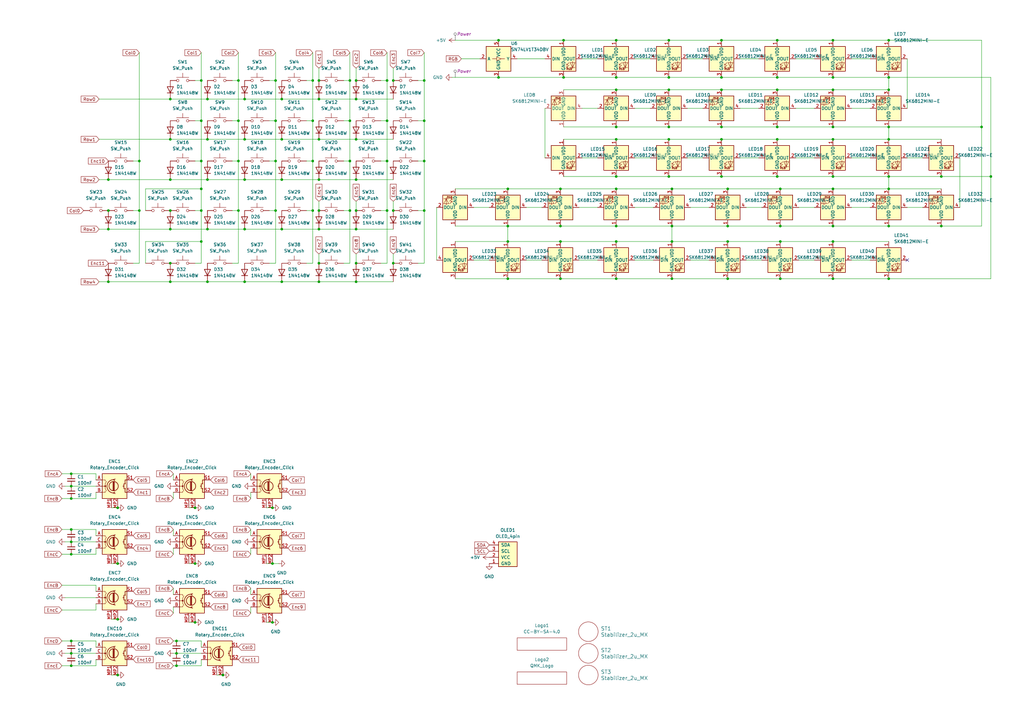
<source format=kicad_sch>
(kicad_sch (version 20230121) (generator eeschema)
  (paper "A3")
  (title_block (title "RefleXion - Ortho 65 Matrix") (date "2022-10-10") (rev "v1.0.0") (company "Tweety's Wild Thinking") (comment 1 "Design: Markus Knutsson <markus.knutsson@tweety.se>") (comment 2 "Concept: Pedro Quaresma <pq@live.ie>") (comment 3 "https://github.com/TweetyDaBird") (comment 4 "Licensed under Creative Commons BY-SA 4.0 International"))
  (junction (at 154.94 381))
  (junction (at 100.33 115.57))
  (junction (at 173.99 86.36))
  (junction (at 402.59 52.07))
  (junction (at 229.87 77.47))
  (junction (at 29.21 273.05))
  (junction (at 115.57 57.15))
  (junction (at 279.4 463.55))
  (junction (at 274.32 16.51))
  (junction (at 97.79 33.02))
  (junction (at 252.73 77.47))
  (junction (at 229.87 114.3))
  (junction (at 341.63 16.51))
  (junction (at 208.28 99.06))
  (junction (at 158.75 66.04))
  (junction (at 494.03 336.55))
  (junction (at 57.15 86.36))
  (junction (at 295.91 36.83))
  (junction (at 82.55 66.04))
  (junction (at 69.85 73.66))
  (junction (at 386.08 72.39))
  (junction (at 364.49 92.71))
  (junction (at 111.76 255.27))
  (junction (at 298.45 114.3))
  (junction (at 252.73 16.51))
  (junction (at 44.45 86.36))
  (junction (at 132.08 410.21))
  (junction (at 320.04 77.47))
  (junction (at 285.75 370.84))
  (junction (at 279.4 473.71))
  (junction (at 146.05 73.66))
  (junction (at 250.19 407.67))
  (junction (at 274.32 72.39))
  (junction (at 364.49 114.3))
  (junction (at 44.45 73.66))
  (junction (at 302.26 473.71))
  (junction (at 69.85 86.36))
  (junction (at 497.84 303.53))
  (junction (at 85.09 93.98))
  (junction (at 97.79 86.36))
  (junction (at 270.51 463.55))
  (junction (at 364.49 72.39))
  (junction (at 313.69 463.55))
  (junction (at 100.33 73.66))
  (junction (at 273.05 383.54))
  (junction (at 325.12 473.71))
  (junction (at 128.27 86.36))
  (junction (at 341.63 57.15))
  (junction (at 298.45 77.47))
  (junction (at 341.63 72.39))
  (junction (at 204.47 16.51))
  (junction (at 143.51 49.53))
  (junction (at 295.91 57.15))
  (junction (at 298.45 373.38))
  (junction (at 513.08 285.75))
  (junction (at 100.33 40.64))
  (junction (at 158.75 33.02))
  (junction (at 274.32 36.83))
  (junction (at 302.26 463.55))
  (junction (at 97.79 49.53))
  (junction (at 69.85 115.57))
  (junction (at 486.41 325.12))
  (junction (at 115.57 73.66))
  (junction (at 44.45 93.98))
  (junction (at 29.21 267.97))
  (junction (at 341.63 114.3))
  (junction (at 146.05 107.95))
  (junction (at 336.55 473.71))
  (junction (at 154.94 386.08))
  (junction (at 528.32 285.75))
  (junction (at 158.75 49.53))
  (junction (at 325.12 463.55))
  (junction (at 139.7 410.21))
  (junction (at 82.55 49.53))
  (junction (at 472.44 289.56))
  (junction (at 364.49 36.83))
  (junction (at 72.39 267.97))
  (junction (at 386.08 92.71))
  (junction (at 252.73 31.75))
  (junction (at 320.04 92.71))
  (junction (at 57.15 66.04))
  (junction (at 48.26 254))
  (junction (at 69.85 57.15))
  (junction (at 318.77 57.15))
  (junction (at 208.28 92.71))
  (junction (at 252.73 36.83))
  (junction (at 44.45 115.57))
  (junction (at 497.84 297.18))
  (junction (at 100.33 93.98))
  (junction (at 364.49 52.07))
  (junction (at 252.73 114.3))
  (junction (at 115.57 40.64))
  (junction (at 321.31 372.11))
  (junction (at 341.63 77.47))
  (junction (at 29.21 217.17))
  (junction (at 146.05 115.57))
  (junction (at 341.63 99.06))
  (junction (at 561.34 278.13))
  (junction (at 359.41 473.71))
  (junction (at 115.57 115.57))
  (junction (at 85.09 40.64))
  (junction (at 273.05 378.46))
  (junction (at 472.44 346.71))
  (junction (at 275.59 114.3))
  (junction (at 318.77 31.75))
  (junction (at 274.32 52.07))
  (junction (at 295.91 31.75))
  (junction (at 252.73 52.07))
  (junction (at 29.21 262.89))
  (junction (at 229.87 99.06))
  (junction (at 252.73 92.71))
  (junction (at 91.44 276.86))
  (junction (at 69.85 93.98))
  (junction (at 85.09 115.57))
  (junction (at 173.99 33.02))
  (junction (at 298.45 99.06))
  (junction (at 80.01 231.14))
  (junction (at 295.91 16.51))
  (junction (at 146.05 57.15))
  (junction (at 566.42 278.13))
  (junction (at 130.81 86.36))
  (junction (at 85.09 73.66))
  (junction (at 100.33 57.15))
  (junction (at 229.87 92.71))
  (junction (at 69.85 40.64))
  (junction (at 82.55 99.06))
  (junction (at 48.26 231.14))
  (junction (at 113.03 66.04))
  (junction (at 339.09 372.11))
  (junction (at 143.51 33.02))
  (junction (at 146.05 40.64))
  (junction (at 298.45 92.71))
  (junction (at 320.04 99.06))
  (junction (at 72.39 262.89))
  (junction (at 275.59 99.06))
  (junction (at 204.47 31.75))
  (junction (at 290.83 463.55))
  (junction (at 275.59 92.71))
  (junction (at 48.26 208.28))
  (junction (at 29.21 227.33))
  (junction (at 111.76 208.28))
  (junction (at 406.4 72.39))
  (junction (at 370.84 372.11))
  (junction (at 494.03 346.71))
  (junction (at 290.83 473.71))
  (junction (at 29.21 222.25))
  (junction (at 364.49 77.47))
  (junction (at 486.41 297.18))
  (junction (at 257.81 407.67))
  (junction (at 318.77 52.07))
  (junction (at 130.81 40.64))
  (junction (at 69.85 107.95))
  (junction (at 29.21 194.31))
  (junction (at 82.55 77.47))
  (junction (at 146.05 86.36))
  (junction (at 252.73 99.06))
  (junction (at 553.72 278.13))
  (junction (at 274.32 31.75))
  (junction (at 563.88 278.13))
  (junction (at 295.91 72.39))
  (junction (at 115.57 93.98))
  (junction (at 552.45 444.5))
  (junction (at 231.14 31.75))
  (junction (at 318.77 36.83))
  (junction (at 82.55 86.36))
  (junction (at 85.09 57.15))
  (junction (at 341.63 52.07))
  (junction (at 161.29 107.95))
  (junction (at 586.74 443.23))
  (junction (at 208.28 114.3))
  (junction (at 97.79 66.04))
  (junction (at 252.73 57.15))
  (junction (at 558.8 369.57))
  (junction (at 128.27 66.04))
  (junction (at 161.29 33.02))
  (junction (at 318.77 16.51))
  (junction (at 113.03 49.53))
  (junction (at 128.27 49.53))
  (junction (at 130.81 93.98))
  (junction (at 252.73 72.39))
  (junction (at 231.14 16.51))
  (junction (at 364.49 16.51))
  (junction (at 298.45 363.22))
  (junction (at 208.28 77.47))
  (junction (at 274.32 57.15))
  (junction (at 130.81 115.57))
  (junction (at 130.81 73.66))
  (junction (at 173.99 66.04))
  (junction (at 313.69 473.71))
  (junction (at 80.01 255.27))
  (junction (at 82.55 33.02))
  (junction (at 370.84 463.55))
  (junction (at 350.52 473.71))
  (junction (at 113.03 33.02))
  (junction (at 576.58 443.23))
  (junction (at 143.51 66.04))
  (junction (at 143.51 86.36))
  (junction (at 359.41 463.55))
  (junction (at 113.03 86.36))
  (junction (at 158.75 86.36))
  (junction (at 318.77 72.39))
  (junction (at 341.63 92.71))
  (junction (at 29.21 204.47))
  (junction (at 29.21 199.39))
  (junction (at 146.05 93.98))
  (junction (at 596.9 443.23))
  (junction (at 341.63 31.75))
  (junction (at 130.81 107.95))
  (junction (at 341.63 36.83))
  (junction (at 130.81 57.15))
  (junction (at 173.99 49.53))
  (junction (at 72.39 273.05))
  (junction (at 111.76 231.14))
  (junction (at 364.49 57.15))
  (junction (at 295.91 52.07))
  (junction (at 275.59 77.47))
  (junction (at 130.81 33.02))
  (junction (at 146.05 33.02))
  (junction (at 320.04 114.3))
  (junction (at 161.29 86.36))
  (junction (at 80.01 208.28))
  (junction (at 364.49 31.75))
  (junction (at 128.27 33.02))
  (junction (at 48.26 276.86))
  (no_connect (at 154.94 393.7))
  (no_connect (at 584.2 298.45))
  (no_connect (at 154.94 370.84))
  (no_connect (at 584.2 300.99))
  (no_connect (at 372.11 106.68))
  (no_connect (at 584.2 295.91))
  (no_connect (at 584.2 293.37))
  (no_connect (at 533.4 351.79))
  (no_connect (at 154.94 373.38))
  (no_connect (at 584.2 303.53))
  (no_connect (at 273.05 391.16))
  (no_connect (at 154.94 396.24))
  (no_connect (at 360.68 374.65))
  (no_connect (at 584.2 290.83))
  (no_connect (at 533.4 354.33))
  (no_connect (at 273.05 393.7))
  (wire (pts (xy 260.35 106.68) (xy 267.97 106.68)))
  (wire (pts (xy 472.44 325.12) (xy 472.44 314.96)))
  (wire (pts (xy 325.12 473.71) (xy 336.55 473.71)))
  (wire (pts (xy 295.91 36.83) (xy 318.77 36.83)))
  (wire (pts (xy 82.55 99.06) (xy 82.55 107.95)))
  (wire (pts (xy 102.87 224.79) (xy 102.87 227.33)))
  (wire (pts (xy 109.22 208.28) (xy 111.76 208.28)))
  (wire (pts (xy 100.33 93.98) (xy 115.57 93.98)))
  (wire (pts (xy 156.21 33.02) (xy 158.75 33.02)))
  (wire (pts (xy 100.33 40.64) (xy 115.57 40.64)))
  (wire (pts (xy 336.55 472.44) (xy 336.55 473.71)))
  (wire (pts (xy 364.49 92.71) (xy 341.63 92.71)))
  (wire (pts (xy 29.21 227.33) (xy 39.37 227.33)))
  (wire (pts (xy 298.45 393.7) (xy 298.45 388.62)))
  (wire (pts (xy 40.64 115.57) (xy 44.45 115.57)))
  (wire (pts (xy 349.25 44.45) (xy 356.87 44.45)))
  (wire (pts (xy 130.81 27.94) (xy 130.81 33.02)))
  (wire (pts (xy 59.69 99.06) (xy 82.55 99.06)))
  (wire (pts (xy 370.84 372.11) (xy 370.84 373.38)))
  (wire (pts (xy 497.84 297.18) (xy 496.57 297.18)))
  (wire (pts (xy 279.4 464.82) (xy 279.4 463.55)))
  (wire (pts (xy 215.9 85.09) (xy 222.25 85.09)))
  (wire (pts (xy 482.6 346.71) (xy 494.03 346.71)))
  (wire (pts (xy 72.39 273.05) (xy 82.55 273.05)))
  (wire (pts (xy 40.64 73.66) (xy 44.45 73.66)))
  (wire (pts (xy 496.57 306.07) (xy 521.97 306.07)))
  (wire (pts (xy 472.44 325.12) (xy 486.41 325.12)))
  (wire (pts (xy 57.15 21.59) (xy 57.15 66.04)))
  (wire (pts (xy 350.52 463.55) (xy 359.41 463.55)))
  (wire (pts (xy 496.57 308.61) (xy 533.4 308.61)))
  (wire (pts (xy 596.9 443.23) (xy 596.9 441.96)))
  (wire (pts (xy 173.99 49.53) (xy 173.99 66.04)))
  (wire (pts (xy 171.45 33.02) (xy 173.99 33.02)))
  (wire (pts (xy 186.69 77.47) (xy 208.28 77.47)))
  (wire (pts (xy 97.79 49.53) (xy 97.79 66.04)))
  (wire (pts (xy 402.59 16.51) (xy 402.59 52.07)))
  (wire (pts (xy 154.94 383.54) (xy 154.94 386.08)))
  (wire (pts (xy 576.58 441.96) (xy 576.58 443.23)))
  (wire (pts (xy 130.81 57.15) (xy 146.05 57.15)))
  (wire (pts (xy 252.73 99.06) (xy 275.59 99.06)))
  (wire (pts (xy 173.99 66.04) (xy 173.99 86.36)))
  (wire (pts (xy 29.21 194.31) (xy 39.37 194.31)))
  (wire (pts (xy 500.38 341.63) (xy 500.38 349.25)))
  (wire (pts (xy 29.21 262.89) (xy 39.37 262.89)))
  (wire (pts (xy 499.11 341.63) (xy 500.38 341.63)))
  (wire (pts (xy 39.37 196.85) (xy 39.37 194.31)))
  (wire (pts (xy 231.14 57.15) (xy 252.73 57.15)))
  (wire (pts (xy 97.79 66.04) (xy 97.79 86.36)))
  (wire (pts (xy 290.83 472.44) (xy 290.83 473.71)))
  (wire (pts (xy 95.25 86.36) (xy 97.79 86.36)))
  (wire (pts (xy 341.63 52.07) (xy 364.49 52.07)))
  (wire (pts (xy 586.74 443.23) (xy 590.55 443.23)))
  (wire (pts (xy 252.73 52.07) (xy 274.32 52.07)))
  (wire (pts (xy 208.28 77.47) (xy 229.87 77.47)))
  (wire (pts (xy 576.58 443.23) (xy 576.58 444.5)))
  (wire (pts (xy 95.25 33.02) (xy 97.79 33.02)))
  (wire (pts (xy 359.41 473.71) (xy 370.84 473.71)))
  (wire (pts (xy 130.81 82.55) (xy 130.81 86.36)))
  (wire (pts (xy 252.73 114.3) (xy 275.59 114.3)))
  (wire (pts (xy 158.75 66.04) (xy 158.75 86.36)))
  (wire (pts (xy 496.57 313.69) (xy 533.4 313.69)))
  (wire (pts (xy 82.55 86.36) (xy 82.55 99.06)))
  (wire (pts (xy 359.41 464.82) (xy 359.41 463.55)))
  (wire (pts (xy 275.59 92.71) (xy 298.45 92.71)))
  (wire (pts (xy 39.37 273.05) (xy 29.21 273.05)))
  (wire (pts (xy 25.4 194.31) (xy 29.21 194.31)))
  (wire (pts (xy 80.01 86.36) (xy 82.55 86.36)))
  (wire (pts (xy 298.45 379.73) (xy 298.45 383.54)))
  (wire (pts (xy 54.61 107.95) (xy 57.15 107.95)))
  (wire (pts (xy 378.46 64.77) (xy 372.11 64.77)))
  (wire (pts (xy 274.32 16.51) (xy 295.91 16.51)))
  (wire (pts (xy 173.99 33.02) (xy 173.99 49.53)))
  (wire (pts (xy 237.49 106.68) (xy 245.11 106.68)))
  (wire (pts (xy 339.09 374.65) (xy 339.09 372.11)))
  (wire (pts (xy 275.59 77.47) (xy 298.45 77.47)))
  (wire (pts (xy 39.37 201.93) (xy 39.37 204.47)))
  (wire (pts (xy 71.12 201.93) (xy 71.12 204.47)))
  (wire (pts (xy 553.72 275.59) (xy 553.72 278.13)))
  (wire (pts (xy 250.19 407.67) (xy 251.46 407.67)))
  (wire (pts (xy 364.49 16.51) (xy 402.59 16.51)))
  (wire (pts (xy 341.63 16.51) (xy 364.49 16.51)))
  (wire (pts (xy 171.45 49.53) (xy 173.99 49.53)))
  (wire (pts (xy 279.4 472.44) (xy 279.4 473.71)))
  (wire (pts (xy 80.01 49.53) (xy 82.55 49.53)))
  (wire (pts (xy 402.59 52.07) (xy 402.59 92.71)))
  (wire (pts (xy 29.21 222.25) (xy 39.37 222.25)))
  (wire (pts (xy 336.55 464.82) (xy 336.55 463.55)))
  (wire (pts (xy 596.9 444.5) (xy 596.9 443.23)))
  (wire (pts (xy 273.05 363.22) (xy 285.75 363.22)))
  (wire (pts (xy 39.37 224.79) (xy 39.37 227.33)))
  (wire (pts (xy 146.05 73.66) (xy 161.29 73.66)))
  (wire (pts (xy 345.44 374.65) (xy 339.09 374.65)))
  (wire (pts (xy 154.94 381) (xy 162.56 381)))
  (wire (pts (xy 552.45 444.5) (xy 552.45 445.77)))
  (wire (pts (xy 44.45 115.57) (xy 69.85 115.57)))
  (wire (pts (xy 318.77 57.15) (xy 341.63 57.15)))
  (wire (pts (xy 102.87 243.84) (xy 102.87 241.3)))
  (wire (pts (xy 102.87 201.93) (xy 102.87 204.47)))
  (wire (pts (xy 110.49 86.36) (xy 113.03 86.36)))
  (wire (pts (xy 173.99 86.36) (xy 171.45 86.36)))
  (wire (pts (xy 29.21 267.97) (xy 39.37 267.97)))
  (wire (pts (xy 487.68 341.63) (xy 487.68 349.25)))
  (wire (pts (xy 350.52 472.44) (xy 350.52 473.71)))
  (wire (pts (xy 194.31 85.09) (xy 200.66 85.09)))
  (wire (pts (xy 140.97 86.36) (xy 143.51 86.36)))
  (wire (pts (xy 146.05 82.55) (xy 146.05 86.36)))
  (wire (pts (xy 113.03 86.36) (xy 113.03 107.95)))
  (wire (pts (xy 472.44 289.56) (xy 472.44 287.02)))
  (wire (pts (xy 113.03 33.02) (xy 113.03 49.53)))
  (wire (pts (xy 341.63 36.83) (xy 364.49 36.83)))
  (wire (pts (xy 527.05 295.91) (xy 533.4 295.91)))
  (wire (pts (xy 69.85 40.64) (xy 85.09 40.64)))
  (wire (pts (xy 327.66 106.68) (xy 334.01 106.68)))
  (wire (pts (xy 204.47 31.75) (xy 231.14 31.75)))
  (wire (pts (xy 496.57 316.23) (xy 533.4 316.23)))
  (wire (pts (xy 494.03 337.82) (xy 494.03 336.55)))
  (wire (pts (xy 44.45 93.98) (xy 69.85 93.98)))
  (wire (pts (xy 39.37 247.65) (xy 39.37 250.19)))
  (wire (pts (xy 45.72 276.86) (xy 48.26 276.86)))
  (wire (pts (xy 303.53 64.77) (xy 311.15 64.77)))
  (wire (pts (xy 339.09 363.22) (xy 339.09 372.11)))
  (wire (pts (xy 173.99 86.36) (xy 173.99 107.95)))
  (wire (pts (xy 252.73 57.15) (xy 274.32 57.15)))
  (wire (pts (xy 40.64 57.15) (xy 69.85 57.15)))
  (wire (pts (xy 393.7 64.77) (xy 393.7 85.09)))
  (wire (pts (xy 313.69 463.55) (xy 325.12 463.55)))
  (wire (pts (xy 140.97 107.95) (xy 143.51 107.95)))
  (wire (pts (xy 102.87 219.71) (xy 102.87 217.17)))
  (wire (pts (xy 146.05 93.98) (xy 161.29 93.98)))
  (wire (pts (xy 278.13 370.84) (xy 285.75 370.84)))
  (wire (pts (xy 71.12 262.89) (xy 72.39 262.89)))
  (wire (pts (xy 513.08 285.75) (xy 509.27 285.75)))
  (wire (pts (xy 497.84 297.18) (xy 497.84 303.53)))
  (wire (pts (xy 533.4 346.71) (xy 533.4 341.63)))
  (wire (pts (xy 318.77 16.51) (xy 341.63 16.51)))
  (wire (pts (xy 563.88 278.13) (xy 561.34 278.13)))
  (wire (pts (xy 496.57 311.15) (xy 533.4 311.15)))
  (wire (pts (xy 161.29 27.94) (xy 161.29 33.02)))
  (wire (pts (xy 295.91 16.51) (xy 318.77 16.51)))
  (wire (pts (xy 318.77 36.83) (xy 341.63 36.83)))
  (wire (pts (xy 325.12 463.55) (xy 336.55 463.55)))
  (wire (pts (xy 146.05 104.14) (xy 146.05 107.95)))
  (wire (pts (xy 128.27 21.59) (xy 128.27 33.02)))
  (wire (pts (xy 204.47 16.51) (xy 231.14 16.51)))
  (wire (pts (xy 275.59 114.3) (xy 298.45 114.3)))
  (wire (pts (xy 260.35 24.13) (xy 266.7 24.13)))
  (wire (pts (xy 158.75 49.53) (xy 158.75 66.04)))
  (wire (pts (xy 26.67 245.11) (xy 39.37 245.11)))
  (wire (pts (xy 154.94 378.46) (xy 154.94 381)))
  (wire (pts (xy 488.95 297.18) (xy 486.41 297.18)))
  (wire (pts (xy 273.05 375.92) (xy 273.05 378.46)))
  (wire (pts (xy 494.03 345.44) (xy 494.03 346.71)))
  (wire (pts (xy 110.49 66.04) (xy 113.03 66.04)))
  (wire (pts (xy 140.97 66.04) (xy 143.51 66.04)))
  (wire (pts (xy 386.08 72.39) (xy 406.4 72.39)))
  (wire (pts (xy 45.72 254) (xy 48.26 254)))
  (wire (pts (xy 497.84 303.53) (xy 496.57 303.53)))
  (wire (pts (xy 312.42 85.09) (xy 306.07 85.09)))
  (wire (pts (xy 350.52 473.71) (xy 350.52 474.98)))
  (wire (pts (xy 115.57 115.57) (xy 130.81 115.57)))
  (wire (pts (xy 257.81 407.67) (xy 257.81 401.32)))
  (wire (pts (xy 298.45 373.38) (xy 298.45 370.84)))
  (wire (pts (xy 325.12 472.44) (xy 325.12 473.71)))
  (wire (pts (xy 295.91 72.39) (xy 318.77 72.39)))
  (wire (pts (xy 72.39 262.89) (xy 82.55 262.89)))
  (wire (pts (xy 533.4 336.55) (xy 533.4 331.47)))
  (wire (pts (xy 54.61 86.36) (xy 57.15 86.36)))
  (wire (pts (xy 113.03 49.53) (xy 113.03 66.04)))
  (wire (pts (xy 109.22 255.27) (xy 111.76 255.27)))
  (wire (pts (xy 521.97 318.77) (xy 533.4 318.77)))
  (wire (pts (xy 85.09 73.66) (xy 100.33 73.66)))
  (wire (pts (xy 533.4 369.57) (xy 533.4 361.95)))
  (wire (pts (xy 25.4 217.17) (xy 29.21 217.17)))
  (wire (pts (xy 321.31 373.38) (xy 321.31 372.11)))
  (wire (pts (xy 156.21 49.53) (xy 158.75 49.53)))
  (wire (pts (xy 71.12 196.85) (xy 71.12 194.31)))
  (wire (pts (xy 39.37 265.43) (xy 39.37 262.89)))
  (wire (pts (xy 130.81 115.57) (xy 146.05 115.57)))
  (wire (pts (xy 186.69 99.06) (xy 208.28 99.06)))
  (wire (pts (xy 69.85 115.57) (xy 85.09 115.57)))
  (wire (pts (xy 39.37 242.57) (xy 39.37 240.03)))
  (wire (pts (xy 274.32 31.75) (xy 295.91 31.75)))
  (wire (pts (xy 82.55 262.89) (xy 82.55 265.43)))
  (wire (pts (xy 143.51 21.59) (xy 143.51 33.02)))
  (wire (pts (xy 275.59 99.06) (xy 298.45 99.06)))
  (wire (pts (xy 128.27 49.53) (xy 128.27 66.04)))
  (wire (pts (xy 100.33 73.66) (xy 115.57 73.66)))
  (wire (pts (xy 252.73 77.47) (xy 275.59 77.47)))
  (wire (pts (xy 334.01 85.09) (xy 327.66 85.09)))
  (wire (pts (xy 477.52 289.56) (xy 472.44 289.56)))
  (wire (pts (xy 111.76 231.14) (xy 114.3 231.14)))
  (wire (pts (xy 146.05 27.94) (xy 146.05 33.02)))
  (wire (pts (xy 313.69 472.44) (xy 313.69 473.71)))
  (wire (pts (xy 260.35 44.45) (xy 266.7 44.45)))
  (wire (pts (xy 341.63 72.39) (xy 364.49 72.39)))
  (wire (pts (xy 326.39 44.45) (xy 334.01 44.45)))
  (wire (pts (xy 472.44 307.34) (xy 472.44 297.18)))
  (wire (pts (xy 349.25 85.09) (xy 356.87 85.09)))
  (wire (pts (xy 302.26 464.82) (xy 302.26 463.55)))
  (wire (pts (xy 260.35 85.09) (xy 267.97 85.09)))
  (wire (pts (xy 194.31 106.68) (xy 200.66 106.68)))
  (wire (pts (xy 140.97 33.02) (xy 143.51 33.02)))
  (wire (pts (xy 158.75 86.36) (xy 156.21 86.36)))
  (wire (pts (xy 95.25 66.04) (xy 97.79 66.04)))
  (wire (pts (xy 326.39 64.77) (xy 334.01 64.77)))
  (wire (pts (xy 596.9 443.23) (xy 599.44 443.23)))
  (wire (pts (xy 318.77 72.39) (xy 341.63 72.39)))
  (wire (pts (xy 341.63 99.06) (xy 364.49 99.06)))
  (wire (pts (xy 59.69 77.47) (xy 82.55 77.47)))
  (wire (pts (xy 364.49 77.47) (xy 386.08 77.47)))
  (wire (pts (xy 285.75 368.3) (xy 285.75 370.84)))
  (wire (pts (xy 273.05 381) (xy 273.05 383.54)))
  (wire (pts (xy 353.06 382.27) (xy 353.06 383.54)))
  (wire (pts (xy 553.72 278.13) (xy 556.26 278.13)))
  (wire (pts (xy 229.87 77.47) (xy 252.73 77.47)))
  (wire (pts (xy 72.39 267.97) (xy 82.55 267.97)))
  (wire (pts (xy 270.51 463.55) (xy 279.4 463.55)))
  (wire (pts (xy 167.64 365.76) (xy 177.8 365.76)))
  (wire (pts (xy 77.47 231.14) (xy 80.01 231.14)))
  (wire (pts (xy 482.6 336.55) (xy 494.03 336.55)))
  (wire (pts (xy 370.84 463.55) (xy 370.84 464.82)))
  (wire (pts (xy 561.34 275.59) (xy 561.34 278.13)))
  (wire (pts (xy 274.32 72.39) (xy 295.91 72.39)))
  (wire (pts (xy 295.91 57.15) (xy 318.77 57.15)))
  (wire (pts (xy 154.94 365.76) (xy 162.56 365.76)))
  (wire (pts (xy 29.21 199.39) (xy 39.37 199.39)))
  (wire (pts (xy 238.76 44.45) (xy 245.11 44.45)))
  (wire (pts (xy 494.03 346.71) (xy 506.73 346.71)))
  (wire (pts (xy 88.9 276.86) (xy 91.44 276.86)))
  (wire (pts (xy 298.45 365.76) (xy 298.45 363.22)))
  (wire (pts (xy 71.12 248.92) (xy 71.12 251.46)))
  (wire (pts (xy 576.58 443.23) (xy 577.85 443.23)))
  (wire (pts (xy 146.05 40.64) (xy 161.29 40.64)))
  (wire (pts (xy 364.49 72.39) (xy 386.08 72.39)))
  (wire (pts (xy 474.98 346.71) (xy 472.44 346.71)))
  (wire (pts (xy 298.45 374.65) (xy 298.45 373.38)))
  (wire (pts (xy 364.49 72.39) (xy 364.49 77.47)))
  (wire (pts (xy 25.4 204.47) (xy 29.21 204.47)))
  (wire (pts (xy 349.25 64.77) (xy 356.87 64.77)))
  (wire (pts (xy 161.29 104.14) (xy 161.29 107.95)))
  (wire (pts (xy 143.51 66.04) (xy 143.51 86.36)))
  (wire (pts (xy 146.05 57.15) (xy 161.29 57.15)))
  (wire (pts (xy 229.87 92.71) (xy 252.73 92.71)))
  (wire (pts (xy 341.63 114.3) (xy 364.49 114.3)))
  (wire (pts (xy 162.56 386.08) (xy 154.94 386.08)))
  (wire (pts (xy 252.73 92.71) (xy 275.59 92.71)))
  (wire (pts (xy 586.74 443.23) (xy 586.74 444.5)))
  (wire (pts (xy 97.79 21.59) (xy 97.79 33.02)))
  (wire (pts (xy 45.72 231.14) (xy 48.26 231.14)))
  (wire (pts (xy 97.79 33.02) (xy 97.79 49.53)))
  (wire (pts (xy 260.35 64.77) (xy 266.7 64.77)))
  (wire (pts (xy 472.44 297.18) (xy 486.41 297.18)))
  (wire (pts (xy 82.55 49.53) (xy 82.55 66.04)))
  (wire (pts (xy 250.19 407.67) (xy 250.19 401.32)))
  (wire (pts (xy 360.68 372.11) (xy 370.84 372.11)))
  (wire (pts (xy 558.8 369.57) (xy 533.4 369.57)))
  (wire (pts (xy 359.41 472.44) (xy 359.41 473.71)))
  (wire (pts (xy 552.45 440.69) (xy 552.45 444.5)))
  (wire (pts (xy 318.77 52.07) (xy 341.63 52.07)))
  (wire (pts (xy 563.88 441.96) (xy 563.88 447.04)))
  (wire (pts (xy 364.49 114.3) (xy 406.4 114.3)))
  (wire (pts (xy 237.49 85.09) (xy 245.11 85.09)))
  (wire (pts (xy 71.12 224.79) (xy 71.12 227.33)))
  (wire (pts (xy 223.52 44.45) (xy 223.52 64.77)))
  (wire (pts (xy 59.69 107.95) (xy 59.69 99.06)))
  (wire (pts (xy 130.81 104.14) (xy 130.81 107.95)))
  (wire (pts (xy 173.99 107.95) (xy 171.45 107.95)))
  (wire (pts (xy 109.22 231.14) (xy 111.76 231.14)))
  (wire (pts (xy 179.07 85.09) (xy 179.07 106.68)))
  (wire (pts (xy 320.04 99.06) (xy 341.63 99.06)))
  (wire (pts (xy 486.41 294.64) (xy 486.41 297.18)))
  (wire (pts (xy 85.09 93.98) (xy 100.33 93.98)))
  (wire (pts (xy 95.25 49.53) (xy 97.79 49.53)))
  (wire (pts (xy 298.45 77.47) (xy 320.04 77.47)))
  (wire (pts (xy 231.14 52.07) (xy 252.73 52.07)))
  (wire (pts (xy 29.21 204.47) (xy 39.37 204.47)))
  (wire (pts (xy 341.63 77.47) (xy 364.49 77.47)))
  (wire (pts (xy 303.53 24.13) (xy 311.15 24.13)))
  (wire (pts (xy 97.79 86.36) (xy 97.79 107.95)))
  (wire (pts (xy 85.09 57.15) (xy 100.33 57.15)))
  (wire (pts (xy 364.49 57.15) (xy 386.08 57.15)))
  (wire (pts (xy 231.14 72.39) (xy 252.73 72.39)))
  (wire (pts (xy 486.41 297.18) (xy 486.41 298.45)))
  (wire (pts (xy 370.84 363.22) (xy 370.84 372.11)))
  (wire (pts (xy 146.05 115.57) (xy 161.29 115.57)))
  (wire (pts (xy 115.57 73.66) (xy 130.81 73.66)))
  (wire (pts (xy 173.99 21.59) (xy 173.99 33.02)))
  (wire (pts (xy 270.51 463.55) (xy 270.51 464.82)))
  (wire (pts (xy 25.4 273.05) (xy 29.21 273.05)))
  (wire (pts (xy 125.73 49.53) (xy 128.27 49.53)))
  (wire (pts (xy 349.25 24.13) (xy 356.87 24.13)))
  (wire (pts (xy 320.04 114.3) (xy 341.63 114.3)))
  (wire (pts (xy 110.49 49.53) (xy 113.03 49.53)))
  (wire (pts (xy 80.01 66.04) (xy 82.55 66.04)))
  (wire (pts (xy 82.55 33.02) (xy 82.55 49.53)))
  (wire (pts (xy 320.04 92.71) (xy 298.45 92.71)))
  (wire (pts (xy 320.04 77.47) (xy 341.63 77.47)))
  (wire (pts (xy 252.73 72.39) (xy 274.32 72.39)))
  (wire (pts (xy 290.83 473.71) (xy 279.4 473.71)))
  (wire (pts (xy 252.73 16.51) (xy 274.32 16.51)))
  (wire (pts (xy 273.05 378.46) (xy 276.86 378.46)))
  (wire (pts (xy 72.39 267.97) (xy 71.12 267.97)))
  (wire (pts (xy 302.26 473.71) (xy 290.83 473.71)))
  (wire (pts (xy 158.75 107.95) (xy 156.21 107.95)))
  (wire (pts (xy 44.45 73.66) (xy 69.85 73.66)))
  (wire (pts (xy 102.87 248.92) (xy 102.87 251.46)))
  (wire (pts (xy 514.35 346.71) (xy 533.4 346.71)))
  (wire (pts (xy 186.69 16.51) (xy 204.47 16.51)))
  (wire (pts (xy 69.85 57.15) (xy 85.09 57.15)))
  (wire (pts (xy 110.49 33.02) (xy 113.03 33.02)))
  (wire (pts (xy 25.4 250.19) (xy 39.37 250.19)))
  (wire (pts (xy 113.03 66.04) (xy 113.03 86.36)))
  (wire (pts (xy 132.08 410.21) (xy 132.08 403.86)))
  (wire (pts (xy 402.59 92.71) (xy 386.08 92.71)))
  (wire (pts (xy 295.91 31.75) (xy 318.77 31.75)))
  (wire (pts (xy 321.31 381) (xy 321.31 382.27)))
  (wire (pts (xy 69.85 73.66) (xy 85.09 73.66)))
  (wire (pts (xy 497.84 294.64) (xy 497.84 297.18)))
  (wire (pts (xy 494.03 336.55) (xy 533.4 336.55)))
  (wire (pts (xy 125.73 86.36) (xy 128.27 86.36)))
  (wire (pts (xy 325.12 464.82) (xy 325.12 463.55)))
  (wire (pts (xy 513.08 288.29) (xy 513.08 285.75)))
  (wire (pts (xy 29.21 217.17) (xy 39.37 217.17)))
  (wire (pts (xy 215.9 106.68) (xy 222.25 106.68)))
  (wire (pts (xy 161.29 82.55) (xy 161.29 86.36)))
  (wire (pts (xy 25.4 262.89) (xy 29.21 262.89)))
  (wire (pts (xy 306.07 106.68) (xy 312.42 106.68)))
  (wire (pts (xy 290.83 463.55) (xy 302.26 463.55)))
  (wire (pts (xy 132.08 410.21) (xy 133.35 410.21)))
  (wire (pts (xy 325.12 473.71) (xy 313.69 473.71)))
  (wire (pts (xy 341.63 57.15) (xy 364.49 57.15)))
  (wire (pts (xy 406.4 72.39) (xy 406.4 114.3)))
  (wire (pts (xy 189.23 24.13) (xy 196.85 24.13)))
  (wire (pts (xy 208.28 99.06) (xy 229.87 99.06)))
  (wire (pts (xy 370.84 473.71) (xy 370.84 472.44)))
  (wire (pts (xy 186.69 92.71) (xy 208.28 92.71)))
  (wire (pts (xy 77.47 208.28) (xy 80.01 208.28)))
  (wire (pts (xy 59.69 86.36) (xy 59.69 77.47)))
  (wire (pts (xy 318.77 31.75) (xy 341.63 31.75)))
  (wire (pts (xy 312.42 363.22) (xy 321.31 363.22)))
  (wire (pts (xy 85.09 40.64) (xy 100.33 40.64)))
  (wire (pts (xy 372.11 44.45) (xy 372.11 24.13)))
  (wire (pts (xy 71.12 273.05) (xy 72.39 273.05)))
  (wire (pts (xy 281.94 44.45) (xy 288.29 44.45)))
  (wire (pts (xy 474.98 336.55) (xy 472.44 336.55)))
  (wire (pts (xy 208.28 92.71) (xy 229.87 92.71)))
  (wire (pts (xy 568.96 278.13) (xy 566.42 278.13)))
  (wire (pts (xy 298.45 114.3) (xy 320.04 114.3)))
  (wire (pts (xy 45.72 208.28) (xy 48.26 208.28)))
  (wire (pts (xy 208.28 114.3) (xy 229.87 114.3)))
  (wire (pts (xy 364.49 31.75) (xy 406.4 31.75)))
  (wire (pts (xy 364.49 52.07) (xy 364.49 57.15)))
  (wire (pts (xy 364.49 31.75) (xy 364.49 36.83)))
  (wire (pts (xy 472.44 336.55) (xy 472.44 346.71)))
  (wire (pts (xy 143.51 49.53) (xy 143.51 66.04)))
  (wire (pts (xy 252.73 31.75) (xy 274.32 31.75)))
  (wire (pts (xy 278.13 368.3) (xy 285.75 368.3)))
  (wire (pts (xy 25.4 240.03) (xy 39.37 240.03)))
  (wire (pts (xy 57.15 66.04) (xy 57.15 86.36)))
  (wire (pts (xy 102.87 196.85) (xy 102.87 194.31)))
  (wire (pts (xy 270.51 473.71) (xy 279.4 473.71)))
  (wire (pts (xy 40.64 93.98) (xy 44.45 93.98)))
  (wire (pts (xy 302.26 472.44) (xy 302.26 473.71)))
  (wire (pts (xy 156.21 66.04) (xy 158.75 66.04)))
  (wire (pts (xy 321.31 369.57) (xy 321.31 372.11)))
  (wire (pts (xy 125.73 107.95) (xy 128.27 107.95)))
  (wire (pts (xy 186.69 114.3) (xy 208.28 114.3)))
  (wire (pts (xy 125.73 66.04) (xy 128.27 66.04)))
  (wire (pts (xy 349.25 106.68) (xy 356.87 106.68)))
  (wire (pts (xy 82.55 21.59) (xy 82.55 33.02)))
  (wire (pts (xy 115.57 40.64) (xy 130.81 40.64)))
  (wire (pts (xy 229.87 99.06) (xy 252.73 99.06)))
  (wire (pts (xy 472.44 346.71) (xy 472.44 349.25)))
  (wire (pts (xy 69.85 93.98) (xy 85.09 93.98)))
  (wire (pts (xy 290.83 464.82) (xy 290.83 463.55)))
  (wire (pts (xy 71.12 219.71) (xy 71.12 217.17)))
  (wire (pts (xy 71.12 243.84) (xy 71.12 241.3)))
  (wire (pts (xy 295.91 52.07) (xy 318.77 52.07)))
  (wire (pts (xy 143.51 86.36) (xy 143.51 107.95)))
  (wire (pts (xy 497.84 303.53) (xy 533.4 303.53)))
  (wire (pts (xy 26.67 222.25) (xy 29.21 222.25)))
  (wire (pts (xy 97.79 107.95) (xy 95.25 107.95)))
  (wire (pts (xy 115.57 93.98) (xy 130.81 93.98)))
  (wire (pts (xy 256.54 407.67) (xy 257.81 407.67)))
  (wire (pts (xy 290.83 363.22) (xy 298.45 363.22)))
  (wire (pts (xy 25.4 227.33) (xy 29.21 227.33)))
  (wire (pts (xy 281.94 64.77) (xy 288.29 64.77)))
  (wire (pts (xy 339.09 372.11) (xy 345.44 372.11)))
  (wire (pts (xy 321.31 364.49) (xy 321.31 363.22)))
  (wire (pts (xy 158.75 86.36) (xy 158.75 107.95)))
  (wire (pts (xy 231.14 16.51) (xy 252.73 16.51)))
  (wire (pts (xy 39.37 270.51) (xy 39.37 273.05)))
  (wire (pts (xy 274.32 52.07) (xy 295.91 52.07)))
  (wire (pts (xy 341.63 31.75) (xy 364.49 31.75)))
  (wire (pts (xy 128.27 66.04) (xy 128.27 86.36)))
  (wire (pts (xy 143.51 33.02) (xy 143.51 49.53)))
  (wire (pts (xy 140.97 49.53) (xy 143.51 49.53)))
  (wire (pts (xy 82.55 66.04) (xy 82.55 77.47)))
  (wire (pts (xy 336.55 473.71) (xy 336.55 474.98)))
  (wire (pts (xy 521.97 306.07) (xy 521.97 318.77)))
  (wire (pts (xy 231.14 31.75) (xy 252.73 31.75)))
  (wire (pts (xy 370.84 381) (xy 370.84 382.27)))
  (wire (pts (xy 364.49 52.07) (xy 402.59 52.07)))
  (wire (pts (xy 320.04 92.71) (xy 341.63 92.71)))
  (wire (pts (xy 115.57 57.15) (xy 130.81 57.15)))
  (wire (pts (xy 77.47 255.27) (xy 80.01 255.27)))
  (wire (pts (xy 270.51 472.44) (xy 270.51 473.71)))
  (wire (pts (xy 128.27 33.02) (xy 128.27 49.53)))
  (wire (pts (xy 125.73 33.02) (xy 128.27 33.02)))
  (wire (pts (xy 523.24 285.75) (xy 528.32 285.75)))
  (wire (pts (xy 279.4 463.55) (xy 290.83 463.55)))
  (wire (pts (xy 100.33 115.57) (xy 115.57 115.57)))
  (wire (pts (xy 171.45 66.04) (xy 173.99 66.04)))
  (wire (pts (xy 26.67 267.97) (xy 29.21 267.97)))
  (wire (pts (xy 518.16 288.29) (xy 513.08 288.29)))
  (wire (pts (xy 528.32 285.75) (xy 533.4 285.75)))
  (wire (pts (xy 281.94 24.13) (xy 288.29 24.13)))
  (wire (pts (xy 519.43 295.91) (xy 521.97 295.91)))
  (wire (pts (xy 519.43 293.37) (xy 521.97 293.37)))
  (wire (pts (xy 527.05 293.37) (xy 533.4 293.37)))
  (wire (pts (xy 54.61 66.04) (xy 57.15 66.04)))
  (wire (pts (xy 326.39 24.13) (xy 334.01 24.13)))
  (wire (pts (xy 130.81 93.98) (xy 146.05 93.98)))
  (wire (pts (xy 26.67 199.39) (xy 29.21 199.39)))
  (wire (pts (xy 82.55 273.05) (xy 82.55 270.51)))
  (wire (pts (xy 138.43 410.21) (xy 139.7 410.21)))
  (wire (pts (xy 313.69 464.82) (xy 313.69 463.55)))
  (wire (pts (xy 208.28 92.71) (xy 208.28 99.06)))
  (wire (pts (xy 274.32 36.83) (xy 295.91 36.83)))
  (wire (pts (xy 303.53 44.45) (xy 311.15 44.45)))
  (wire (pts (xy 486.41 323.85) (xy 486.41 325.12)))
  (wire (pts (xy 275.59 92.71) (xy 275.59 99.06)))
  (wire (pts (xy 566.42 278.13) (xy 563.88 278.13)))
  (wire (pts (xy 321.31 372.11) (xy 339.09 372.11)))
  (wire (pts (xy 295.91 373.38) (xy 298.45 373.38)))
  (wire (pts (xy 302.26 463.55) (xy 313.69 463.55)))
  (wire (pts (xy 283.21 85.09) (xy 290.83 85.09)))
  (wire (pts (xy 350.52 464.82) (xy 350.52 463.55)))
  (wire (pts (xy 212.09 24.13) (xy 223.52 24.13)))
  (wire (pts (xy 359.41 463.55) (xy 370.84 463.55)))
  (wire (pts (xy 113.03 21.59) (xy 113.03 33.02)))
  (wire (pts (xy 372.11 85.09) (xy 378.46 85.09)))
  (wire (pts (xy 406.4 31.75) (xy 406.4 72.39)))
  (wire (pts (xy 82.55 77.47) (xy 82.55 86.36)))
  (wire (pts (xy 229.87 114.3) (xy 252.73 114.3)))
  (wire (pts (xy 80.01 107.95) (xy 82.55 107.95)))
  (wire (pts (xy 482.6 287.02) (xy 497.84 287.02)))
  (wire (pts (xy 128.27 86.36) (xy 128.27 107.95)))
  (wire (pts (xy 488.95 341.63) (xy 487.68 341.63)))
  (wire (pts (xy 100.33 57.15) (xy 115.57 57.15)))
  (wire (pts (xy 113.03 107.95) (xy 110.49 107.95)))
  (wire (pts (xy 130.81 40.64) (xy 146.05 40.64)))
  (wire (pts (xy 313.69 473.71) (xy 302.26 473.71)))
  (wire (pts (xy 274.32 57.15) (xy 295.91 57.15)))
  (wire (pts (xy 185.42 31.75) (xy 204.47 31.75)))
  (wire (pts (xy 386.08 92.71) (xy 364.49 92.71)))
  (wire (pts (xy 158.75 21.59) (xy 158.75 33.02)))
  (wire (pts (xy 298.45 363.22) (xy 307.34 363.22)))
  (wire (pts (xy 586.74 441.96) (xy 586.74 443.23)))
  (wire (pts (xy 80.01 33.02) (xy 82.55 33.02)))
  (wire (pts (xy 158.75 33.02) (xy 158.75 49.53)))
  (wire (pts (xy 252.73 36.83) (xy 274.32 36.83)))
  (wire (pts (xy 350.52 473.71) (xy 359.41 473.71)))
  (wire (pts (xy 231.14 36.83) (xy 252.73 36.83)))
  (wire (pts (xy 238.76 24.13) (xy 245.11 24.13)))
  (wire (pts (xy 40.64 40.64) (xy 69.85 40.64)))
  (wire (pts (xy 556.26 444.5) (xy 552.45 444.5)))
  (wire (pts (xy 85.09 115.57) (xy 100.33 115.57)))
  (wire (pts (xy 273.05 383.54) (xy 276.86 383.54)))
  (wire (pts (xy 139.7 410.21) (xy 139.7 403.86)))
  (wire (pts (xy 130.81 73.66) (xy 146.05 73.66)))
  (wire (pts (xy 283.21 106.68) (xy 290.83 106.68)))
  (wire (pts (xy 238.76 64.77) (xy 245.11 64.77)))
  (wire (pts (xy 57.15 86.36) (xy 57.15 107.95)))
  (wire (pts (xy 298.45 99.06) (xy 320.04 99.06)))
  (wire (pts (xy 39.37 219.71) (xy 39.37 217.17)))
  (text "Power" (at 350.52 361.95 0) (effects (font (size 2.54 2.54)) (justify left bottom)))
  (label "VBUS_DETECT" (at 584.2 334.01 0))
  (label "DP" (at 528.32 293.37 0))
  (label "VBUS_DETECT" (at 295.91 373.38 270))
  (label "DN" (at 528.32 295.91 0))
  (global_label "D-" (shape input) (at 519.43 295.91 180) (property "Intersheetrefs" "${INTERSHEET_REFS}" (effects hide)))
  (global_label "EncB" (shape input) (at 102.87 217.17 180) (property "Intersheetrefs" "${INTERSHEET_REFS}" (effects hide)))
  (global_label "Enc2" (shape input) (at 146.05 27.94 90) (property "Intersheetrefs" "${INTERSHEET_REFS}" (effects hide)))
  (global_label "Col7" (shape input) (at 118.11 196.85 0) (property "Intersheetrefs" "${INTERSHEET_REFS}" (effects hide)))
  (global_label "EncC" (shape input) (at 71.12 262.89 180) (property "Intersheetrefs" "${INTERSHEET_REFS}" (effects hide)))
  (global_label "Col3" (shape input) (at 584.2 346.71 0) (property "Intersheetrefs" "${INTERSHEET_REFS}" (effects hide)))
  (global_label "Enc2" (shape input) (at 86.36 201.93 0) (property "Intersheetrefs" "${INTERSHEET_REFS}" (effects hide)))
  (global_label "EncB" (shape input) (at 71.12 217.17 180) (property "Intersheetrefs" "${INTERSHEET_REFS}" (effects hide)))
  (global_label "EncD" (shape input) (at 25.4 262.89 180) (property "Intersheetrefs" "${INTERSHEET_REFS}" (effects hide)))
  (global_label "Col4" (shape input) (at 128.27 21.59 180) (property "Intersheetrefs" "${INTERSHEET_REFS}" (effects hide)))
  (global_label "Col6" (shape input) (at 86.36 243.84 0) (property "Intersheetrefs" "${INTERSHEET_REFS}" (effects hide)))
  (global_label "Enc6" (shape input) (at 118.11 224.79 0) (property "Intersheetrefs" "${INTERSHEET_REFS}" (effects hide)))
  (global_label "EncD" (shape input) (at 584.2 308.61 0) (property "Intersheetrefs" "${INTERSHEET_REFS}" (effects hide)))
  (global_label "EncC" (shape input) (at 102.87 251.46 180) (property "Intersheetrefs" "${INTERSHEET_REFS}" (effects hide)))
  (global_label "Enc3" (shape input) (at 161.29 27.94 90) (property "Intersheetrefs" "${INTERSHEET_REFS}" (effects hide)))
  (global_label "Row0" (shape input) (at 584.2 361.95 0) (property "Intersheetrefs" "${INTERSHEET_REFS}" (effects hide)))
  (global_label "Enc5" (shape input) (at 146.05 82.55 90) (property "Intersheetrefs" "${INTERSHEET_REFS}" (effects hide)))
  (global_label "Col2" (shape input) (at 584.2 344.17 0) (property "Intersheetrefs" "${INTERSHEET_REFS}" (effects hide)))
  (global_label "RX" (shape input) (at 410.21 415.29 0) (property "Intersheetrefs" "${INTERSHEET_REFS}" (effects hide)))
  (global_label "TX" (shape input) (at 162.56 381 0) (property "Intersheetrefs" "${INTERSHEET_REFS}" (effects hide)))
  (global_label "EncC" (shape input) (at 71.12 227.33 180) (property "Intersheetrefs" "${INTERSHEET_REFS}" (effects hide)))
  (global_label "EncC" (shape input) (at 584.2 306.07 0) (property "Intersheetrefs" "${INTERSHEET_REFS}" (effects hide)))
  (global_label "EncD" (shape input) (at 71.12 273.05 180) (property "Intersheetrefs" "${INTERSHEET_REFS}" (effects hide)))
  (global_label "EncB" (shape input) (at 71.12 204.47 180) (property "Intersheetrefs" "${INTERSHEET_REFS}" (effects hide)))
  (global_label "EncC" (shape input) (at 25.4 227.33 180) (property "Intersheetrefs" "${INTERSHEET_REFS}" (effects hide)))
  (global_label "Enc9" (shape input) (at 161.29 104.14 90) (property "Intersheetrefs" "${INTERSHEET_REFS}" (effects hide)))
  (global_label "EncC" (shape input) (at 25.4 250.19 180) (property "Intersheetrefs" "${INTERSHEET_REFS}" (effects hide)))
  (global_label "Col7" (shape input) (at 584.2 359.41 0) (property "Intersheetrefs" "${INTERSHEET_REFS}" (effects hide)))
  (global_label "EncC" (shape input) (at 102.87 227.33 180) (property "Intersheetrefs" "${INTERSHEET_REFS}" (effects hide)))
  (global_label "EncB" (shape input) (at 102.87 204.47 180) (property "Intersheetrefs" "${INTERSHEET_REFS}" (effects hide)))
  (global_label "Enc4" (shape input) (at 130.81 82.55 90) (property "Intersheetrefs" "${INTERSHEET_REFS}" (effects hide)))
  (global_label "Col7" (shape input) (at 118.11 219.71 0) (property "Intersheetrefs" "${INTERSHEET_REFS}" (effects hide)))
  (global_label "Col7" (shape input) (at 118.11 243.84 0) (property "Intersheetrefs" "${INTERSHEET_REFS}" (effects hide)))
  (global_label "EncA" (shape input) (at 584.2 321.31 0) (property "Intersheetrefs" "${INTERSHEET_REFS}" (effects hide)))
  (global_label "Col4" (shape input) (at 584.2 349.25 0) (property "Intersheetrefs" "${INTERSHEET_REFS}" (effects hide)))
  (global_label "Row1" (shape input) (at 40.64 57.15 180) (property "Intersheetrefs" "${INTERSHEET_REFS}" (effects hide)))
  (global_label "Enc6" (shape input) (at 161.29 82.55 90) (property "Intersheetrefs" "${INTERSHEET_REFS}" (effects hide)))
  (global_label "TX" (shape input) (at 410.21 410.21 0) (property "Intersheetrefs" "${INTERSHEET_REFS}" (effects hide)))
  (global_label "Enc1" (shape input) (at 130.81 27.94 90) (property "Intersheetrefs" "${INTERSHEET_REFS}" (effects hide)))
  (global_label "EncE" (shape input) (at 584.2 311.15 0) (property "Intersheetrefs" "${INTERSHEET_REFS}" (effects hide)))
  (global_label "Col1" (shape input) (at 584.2 339.09 0) (property "Intersheetrefs" "${INTERSHEET_REFS}" (effects hide)))
  (global_label "Row4" (shape input) (at 40.64 115.57 180) (property "Intersheetrefs" "${INTERSHEET_REFS}" (effects hide)))
  (global_label "SCL" (shape input) (at 584.2 328.93 0) (property "Intersheetrefs" "${INTERSHEET_REFS}" (effects hide)))
  (global_label "Col6" (shape input) (at 86.36 219.71 0) (property "Intersheetrefs" "${INTERSHEET_REFS}" (effects hide)))
  (global_label "Col5" (shape input) (at 54.61 242.57 0) (property "Intersheetrefs" "${INTERSHEET_REFS}" (effects hide)))
  (global_label "Col3" (shape input) (at 113.03 21.59 180) (property "Intersheetrefs" "${INTERSHEET_REFS}" (effects hide)))
  (global_label "EncB" (shape input) (at 25.4 217.17 180) (property "Intersheetrefs" "${INTERSHEET_REFS}" (effects hide)))
  (global_label "Col6" (shape input) (at 86.36 196.85 0) (property "Intersheetrefs" "${INTERSHEET_REFS}" (effects hide)))
  (global_label "Col6" (shape input) (at 158.75 21.59 180) (property "Intersheetrefs" "${INTERSHEET_REFS}" (effects hide)))
  (global_label "EncA" (shape input) (at 71.12 194.31 180) (property "Intersheetrefs" "${INTERSHEET_REFS}" (effects hide)))
  (global_label "Enc11" (shape input) (at 44.45 107.95 180) (property "Intersheetrefs" "${INTERSHEET_REFS}" (effects hide)))
  (global_label "Col2" (shape input) (at 97.79 21.59 180) (property "Intersheetrefs" "${INTERSHEET_REFS}" (effects hide)))
  (global_label "Enc10" (shape input) (at 44.45 66.04 180) (property "Intersheetrefs" "${INTERSHEET_REFS}" (effects hide)))
  (global_label "TX" (shape input) (at 584.2 285.75 0) (property "Intersheetrefs" "${INTERSHEET_REFS}" (effects hide)))
  (global_label "SDA" (shape input) (at 584.2 326.39 0) (property "Intersheetrefs" "${INTERSHEET_REFS}" (effects hide)))
  (global_label "EncE" (shape input) (at 25.4 273.05 180) (property "Intersheetrefs" "${INTERSHEET_REFS}" (effects hide)))
  (global_label "EncB" (shape input) (at 71.12 241.3 180) (property "Intersheetrefs" "${INTERSHEET_REFS}" (effects hide)))
  (global_label "RX" (shape input) (at 584.2 288.29 0) (property "Intersheetrefs" "${INTERSHEET_REFS}" (effects hide)))
  (global_label "Col5" (shape input) (at 143.51 21.59 180) (property "Intersheetrefs" "${INTERSHEET_REFS}" (effects hide)))
  (global_label "EncB" (shape input) (at 25.4 240.03 180) (property "Intersheetrefs" "${INTERSHEET_REFS}" (effects hide)))
  (global_label "EncA" (shape input) (at 25.4 194.31 180) (property "Intersheetrefs" "${INTERSHEET_REFS}" (effects hide)))
  (global_label "D+" (shape input) (at 384.81 415.29 180) (property "Intersheetrefs" "${INTERSHEET_REFS}" (effects hide)))
  (global_label "EncB" (shape input) (at 25.4 204.47 180) (property "Intersheetrefs" "${INTERSHEET_REFS}" (effects hide)))
  (global_label "Col0" (shape input) (at 57.15 21.59 180) (property "Intersheetrefs" "${INTERSHEET_REFS}" (effects hide)))
  (global_label "Enc10" (shape input) (at 54.61 270.51 0) (property "Intersheetrefs" "${INTERSHEET_REFS}" (effects hide)))
  (global_label "Enc4" (shape input) (at 54.61 224.79 0) (property "Intersheetrefs" "${INTERSHEET_REFS}" (effects hide)))
  (global_label "EncA" (shape input) (at 102.87 194.31 180) (property "Intersheetrefs" "${INTERSHEET_REFS}" (effects hide)))
  (global_label "Enc8" (shape input) (at 146.05 104.14 90) (property "Intersheetrefs" "${INTERSHEET_REFS}" (effects hide)))
  (global_label "Col7" (shape input) (at 173.99 21.59 180) (property "Intersheetrefs" "${INTERSHEET_REFS}" (effects hide)))
  (global_label "Row3" (shape input) (at 40.64 93.98 180) (property "Intersheetrefs" "${INTERSHEET_REFS}" (effects hide)))
  (global_label "Col5" (shape input) (at 54.61 196.85 0) (property "Intersheetrefs" "${INTERSHEET_REFS}" (effects hide)))
  (global_label "Col0" (shape input) (at 584.2 316.23 0) (property "Intersheetrefs" "${INTERSHEET_REFS}" (effects hide)))
  (global_label "SDA" (shape input) (at 200.66 223.52 180) (property "Intersheetrefs" "${INTERSHEET_REFS}" (effects hide)))
  (global_label "Col1" (shape input) (at 82.55 21.59 180) (property "Intersheetrefs" "${INTERSHEET_REFS}" (effects hide)))
  (global_label "Enc11" (shape input) (at 97.79 270.51 0) (property "Intersheetrefs" "${INTERSHEET_REFS}" (effects hide)))
  (global_label "Col0" (shape input) (at 34.29 86.36 180) (property "Intersheetrefs" "${INTERSHEET_REFS}" (effects hide)))
  (global_label "Enc7" (shape input) (at 130.81 104.14 90) (property "Intersheetrefs" "${INTERSHEET_REFS}" (effects hide)))
  (global_label "Enc9" (shape input) (at 118.11 248.92 0) (property "Intersheetrefs" "${INTERSHEET_REFS}" (effects hide)))
  (global_label "D+" (shape input) (at 276.86 383.54 0) (property "Intersheetrefs" "${INTERSHEET_REFS}" (effects hide)))
  (global_label "D-" (shape input) (at 384.81 410.21 180) (property "Intersheetrefs" "${INTERSHEET_REFS}" (effects hide)))
  (global_label "Row4" (shape input) (at 584.2 313.69 0) (property "Intersheetrefs" "${INTERSHEET_REFS}" (effects hide)))
  (global_label "EncB" (shape input) (at 102.87 241.3 180) (property "Intersheetrefs" "${INTERSHEET_REFS}" (effects hide)))
  (global_label "Enc8" (shape input) (at 86.36 248.92 0) (property "Intersheetrefs" "${INTERSHEET_REFS}" (effects hide)))
  (global_label "Enc3" (shape input) (at 118.11 201.93 0) (property "Intersheetrefs" "${INTERSHEET_REFS}" (effects hide)))
  (global_label "Col5" (shape input) (at 54.61 219.71 0) (property "Intersheetrefs" "${INTERSHEET_REFS}" (effects hide)))
  (global_label "Col5" (shape input) (at 584.2 354.33 0) (property "Intersheetrefs" "${INTERSHEET_REFS}" (effects hide)))
  (global_label "Row0" (shape input) (at 40.64 40.64 180) (property "Intersheetrefs" "${INTERSHEET_REFS}" (effects hide)))
  (global_label "Row1" (shape input) (at 584.2 341.63 0) (property "Intersheetrefs" "${INTERSHEET_REFS}" (effects hide)))
  (global_label "RGB" (shape input) (at 189.23 24.13 180) (property "Intersheetrefs" "${INTERSHEET_REFS}" (effects hide)))
  (global_label "D+" (shape input) (at 519.43 293.37 180) (property "Intersheetrefs" "${INTERSHEET_REFS}" (effects hide)))
  (global_label "RGB" (shape input) (at 584.2 336.55 0) (property "Intersheetrefs" "${INTERSHEET_REFS}" (effects hide)))
  (global_label "Row2" (shape input) (at 40.64 73.66 180) (property "Intersheetrefs" "${INTERSHEET_REFS}" (effects hide)))
  (global_label "Col6" (shape input) (at 584.2 356.87 0) (property "Intersheetrefs" "${INTERSHEET_REFS}" (effects hide)))
  (global_label "Col0" (shape input) (at 54.61 265.43 0) (property "Intersheetrefs" "${INTERSHEET_REFS}" (effects hide)))
  (global_label "EncB" (shape input) (at 584.2 323.85 0) (property "Intersheetrefs" "${INTERSHEET_REFS}" (effects hide)))
  (global_label "D-" (shape input) (at 276.86 378.46 0) (property "Intersheetrefs" "${INTERSHEET_REFS}" (effects hide)))
  (global_label "Enc1" (shape input) (at 54.61 201.93 0) (property "Intersheetrefs" "${INTERSHEET_REFS}" (effects hide)))
  (global_label "Row2" (shape input) (at 584.2 331.47 0) (property "Intersheetrefs" "${INTERSHEET_REFS}" (effects hide)))
  (global_label "Row3" (shape input) (at 584.2 318.77 0) (property "Intersheetrefs" "${INTERSHEET_REFS}" (effects hide)))
  (global_label "RX" (shape input) (at 162.56 386.08 0) (property "Intersheetrefs" "${INTERSHEET_REFS}" (effects hide)))
  (global_label "Enc7" (shape input) (at 54.61 247.65 0) (property "Intersheetrefs" "${INTERSHEET_REFS}" (effects hide)))
  (global_label "EncC" (shape input) (at 71.12 251.46 180) (property "Intersheetrefs" "${INTERSHEET_REFS}" (effects hide)))
  (global_label "Col0" (shape input) (at 97.79 265.43 0) (property "Intersheetrefs" "${INTERSHEET_REFS}" (effects hide)))
  (global_label "Enc5" (shape input) (at 86.36 224.79 0) (property "Intersheetrefs" "${INTERSHEET_REFS}" (effects hide)))
  (global_label "SCL" (shape input) (at 200.66 226.06 180) (property "Intersheetrefs" "${INTERSHEET_REFS}" (effects hide)))
  (netclass_flag "" (length 2.54) (shape round) (at 186.69 16.51 0) (property "Netclass" "Power" (at 187.3885 13.97 0) (effects (font italic) (justify left))))
  (netclass_flag "" (length 2.54) (shape round) (at 590.55 443.23 270) (property "Netclass" "Power" (at 593.09 442.5315 90) (effects (font italic) (justify left))))
  (netclass_flag "" (length 2.54) (shape round) (at 250.19 407.67 90) (property "Netclass" "Power" (at 247.65 406.9715 90) (effects (font italic) (justify left))))
  (netclass_flag "" (length 2.54) (shape round) (at 556.26 444.5 270) (property "Netclass" "Power" (at 558.8 443.8015 90) (effects (font italic) (justify left))))
  (netclass_flag "" (length 2.54) (shape round) (at 273.05 363.22 0) (property "Netclass" "Power" (at 273.7485 360.68 0) (effects (font italic) (justify left))))
  (netclass_flag "" (length 2.54) (shape round) (at 154.94 365.76 0) (property "Netclass" "Power" (at 155.6385 363.22 0) (effects (font italic) (justify left))))
  (netclass_flag "" (length 2.54) (shape round) (at 577.85 443.23 270) (property "Netclass" "Power" (at 580.39 442.5315 90) (effects (font italic) (justify left))))
  (netclass_flag "" (length 2.54) (shape round) (at 477.52 297.18 0) (property "Netclass" "Power" (at 478.2185 294.64 0) (effects (font italic) (justify left))))
  (netclass_flag "" (length 2.54) (shape round) (at 186.69 31.75 0) (property "Netclass" "Power" (at 187.3885 29.21 0) (effects (font italic) (justify left))))
  (netclass_flag "" (length 2.54) (shape round) (at 563.88 447.04 180) (property "Netclass" "Power" (at 564.5785 449.58 0) (effects (font italic) (justify left))))
  (netclass_flag "" (length 2.54) (shape round) (at 599.44 443.23 270) (property "Netclass" "Power" (at 601.98 442.5315 90) (effects (font italic) (justify left))))
  (symbol (lib_id "Keyboard Switches:SW_MX_HotSwap_Reversible") (at 105.41 86.36 0) (unit 1)
    (property "Reference" "SW28" (at 105.41 78.74 0))
    (property "Value" "SW_Push" (at 105.41 81.28 0))
    (property "Footprint" "Keyboard Switches:SW_MX_HotSwap_Reversible" (effects hide))
  )
  (symbol (lib_id "power:GND") (at 472.44 349.25 0) (unit 1)
    (property "Reference" "#PWR039" (effects hide))
    (property "Value" "GND" (at 472.44 354.33 0))
  )
  (symbol (lib_id "power:GND") (at 298.45 393.7 0) (unit 1)
    (property "Reference" "#PWR066" (effects hide))
    (property "Value" "GND" (at 298.45 398.78 0))
  )
  (symbol (lib_id "Keyboard Common:SK6812MINI-E") (at 186.69 106.68 0) (unit 1)
    (property "Reference" "LED33" (at 200.66 103.0321 0))
    (property "Value" "SK6812MINI-E" (at 200.66 105.5721 0))
    (property "Footprint" "Keyboard RGB:MX_SK6812MINI-E_REVERSIBLE" (effects hide))
    (property "Datasheet" "https://cdn-shop.adafruit.com/product-files/2686/SK6812MINI_REV.01-1-2.pdf" (effects hide))
  )
  (symbol (lib_id "Keyboard Switches:Rotary_Encoder_Click") (at 46.99 199.39 0) (unit 1)
    (property "Reference" "ENC1" (at 46.99 189.23 0))
    (property "Value" "Rotary_Encoder_Click" (at 46.99 191.77 0))
    (property "Footprint" "Keyboard Encoders:Encoder_Alps_EC11E_Small" (effects hide))
  )
  (symbol (lib_id "Diode:1N4148W") (at 115.57 90.17 90) (unit 1)
    (property "Reference" "D27" (at 118.11 88.9 90) (effects (justify right)))
    (property "Value" "1N4148W" (at 118.11 91.44 90) (effects (justify right)))
    (property "Footprint" "Diode_SMD:D_SOD-123" (effects hide))
    (property "Datasheet" "https://www.vishay.com/docs/85748/1n4148w.pdf" (effects hide))
    (property "Sim.Device" "D" (effects hide))
    (property "Sim.Pins" "1=K 2=A" (effects hide))
  )
  (symbol (lib_id "power:GND") (at 285.75 370.84 0) (unit 1)
    (property "Reference" "#PWR044" (effects hide))
    (property "Value" "GND" (at 285.75 375.92 0))
  )
  (symbol (lib_id "Keyboard Switches:SW_MX_HotSwap_Reversible") (at 74.93 66.04 0) (unit 1)
    (property "Reference" "SW16" (at 74.93 58.42 0))
    (property "Value" "SW_Push" (at 74.93 60.96 0))
    (property "Footprint" "Keyboard Switches:SW_MX_HotSwap_Reversible" (effects hide))
  )
  (symbol (lib_id "Keyboard Common:SK6812MINI-E") (at 320.04 106.68 0) (unit 1)
    (property "Reference" "LED39" (at 334.01 103.0321 0))
    (property "Value" "SK6812MINI-E" (at 334.01 105.5721 0))
    (property "Footprint" "Keyboard RGB:MX_SK6812MINI-E_REVERSIBLE" (effects hide))
    (property "Datasheet" "https://cdn-shop.adafruit.com/product-files/2686/SK6812MINI_REV.01-1-2.pdf" (effects hide))
  )
  (symbol (lib_id "power:Earth_Protective") (at 552.45 445.77 0) (unit 1)
    (property "Reference" "#PWR023" (effects hide))
    (property "Value" "Earth_Protective" (effects hide))
  )
  (symbol (lib_id "Diode:1N4148W") (at 146.05 69.85 90) (unit 1)
    (property "Reference" "D21" (at 148.59 68.58 90) (effects (justify right)))
    (property "Value" "1N4148W" (at 148.59 71.12 90) (effects (justify right)))
    (property "Footprint" "Diode_SMD:D_SOD-123" (effects hide))
    (property "Datasheet" "https://www.vishay.com/docs/85748/1n4148w.pdf" (effects hide))
    (property "Sim.Device" "D" (effects hide))
    (property "Sim.Pins" "1=K 2=A" (effects hide))
  )
  (symbol (lib_id "Keyboard Switches:Stabilizer_2u_MX") (at 241.3 259.08 0) (unit 1)
    (property "Reference" "ST1" (at 246.38 257.81 0) (effects (font (size 1.524 1.524)) (justify left)))
    (property "Value" "Stabilizer_2u_MX" (at 246.38 260.35 0) (effects (font (size 1.524 1.524)) (justify left)))
    (property "Footprint" "Keyboard Stabilizer:Stabilizer_Cherry_MX_2.00u" (effects hide))
  )
  (symbol (lib_id "Diode:1N4148W") (at 100.33 69.85 90) (unit 1)
    (property "Reference" "D18" (at 102.87 68.58 90) (effects (justify right)))
    (property "Value" "1N4148W" (at 102.87 71.12 90) (effects (justify right)))
    (property "Footprint" "Diode_SMD:D_SOD-123" (effects hide))
    (property "Datasheet" "https://www.vishay.com/docs/85748/1n4148w.pdf" (effects hide))
    (property "Sim.Device" "D" (effects hide))
    (property "Sim.Pins" "1=K 2=A" (effects hide))
  )
  (symbol (lib_id "Keyboard Switches:SW_MX_HotSwap_Reversible") (at 90.17 86.36 0) (unit 1)
    (property "Reference" "SW27" (at 90.17 78.74 0))
    (property "Value" "SW_Push" (at 90.17 81.28 0))
    (property "Footprint" "Keyboard Switches:SW_MX_HotSwap_Reversible" (effects hide))
  )
  (symbol (lib_id "Diode:1N4148W") (at 44.45 111.76 90) (unit 1)
    (property "Reference" "D31" (at 46.99 110.49 90) (effects (justify right)))
    (property "Value" "1N4148W" (at 46.99 113.03 90) (effects (justify right)))
    (property "Footprint" "Diode_SMD:D_SOD-123" (effects hide))
    (property "Datasheet" "https://www.vishay.com/docs/85748/1n4148w.pdf" (effects hide))
    (property "Sim.Device" "D" (effects hide))
    (property "Sim.Pins" "1=K 2=A" (effects hide))
  )
  (symbol (lib_id "power:GND") (at 71.12 222.25 270) (unit 1)
    (property "Reference" "#PWR012" (effects hide))
    (property "Value" "GND" (at 67.31 222.25 90) (effects (justify right)))
  )
  (symbol (lib_id "power:GND") (at 114.3 231.14 90) (unit 1)
    (property "Reference" "#PWR019" (effects hide))
    (property "Value" "GND" (at 115.57 234.95 90))
  )
  (symbol (lib_id "Keyboard Common:SK6812MINI-E") (at 364.49 85.09 180) (unit 1)
    (property "Reference" "LED31" (at 378.46 79.5939 0))
    (property "Value" "SK6812MINI-E" (at 378.46 82.1339 0))
    (property "Footprint" "Keyboard RGB:MX_SK6812MINI-E_REVERSIBLE" (effects hide))
    (property "Datasheet" "https://cdn-shop.adafruit.com/product-files/2686/SK6812MINI_REV.01-1-2.pdf" (effects hide))
  )
  (symbol (lib_id "Device:D_Schottky_Small") (at 309.88 363.22 180) (unit 1)
    (property "Reference" "D40" (at 310.134 356.87 0))
    (property "Value" "1N5819WS" (at 310.134 359.41 0))
    (property "Footprint" "Diode_SMD:D_SOD-323F" (effects hide))
  )
  (symbol (lib_id "Keyboard Common:SK6812MINI-E") (at 186.69 85.09 180) (unit 1)
    (property "Reference" "LED23" (at 200.66 79.5939 0))
    (property "Value" "SK6812MINI-E" (at 200.66 82.1339 0))
    (property "Footprint" "Keyboard RGB:MX_SK6812MINI-E_REVERSIBLE_special" (effects hide))
    (property "Datasheet" "https://cdn-shop.adafruit.com/product-files/2686/SK6812MINI_REV.01-1-2.pdf" (effects hide))
  )
  (symbol (lib_id "Keyboard Common:SK6812MINI-E") (at 298.45 85.09 180) (unit 1)
    (property "Reference" "LED28" (at 312.42 79.5939 0))
    (property "Value" "SK6812MINI-E" (at 312.42 82.1339 0))
    (property "Footprint" "Keyboard RGB:MX_SK6812MINI-E_REVERSIBLE" (effects hide))
    (property "Datasheet" "https://cdn-shop.adafruit.com/product-files/2686/SK6812MINI_REV.01-1-2.pdf" (effects hide))
  )
  (symbol (lib_id "Diode:1N4148W") (at 69.85 36.83 270) (mirror x) (unit 1)
    (property "Reference" "D1" (at 72.39 35.56 90) (effects (justify left)))
    (property "Value" "1N4148W" (at 72.39 38.1 90) (effects (justify left)))
    (property "Footprint" "Diode_SMD:D_SOD-123" (effects hide))
    (property "Datasheet" "https://www.vishay.com/docs/85748/1n4148w.pdf" (effects hide))
    (property "Sim.Device" "D" (effects hide))
    (property "Sim.Pins" "1=K 2=A" (effects hide))
  )
  (symbol (lib_id "power:+3V3") (at 563.88 441.96 0) (unit 1)
    (property "Reference" "#PWR051" (effects hide))
    (property "Value" "+3V3" (at 563.88 436.88 0))
  )
  (symbol (lib_id "Keyboard Switches:Rotary_Encoder_Click") (at 78.74 199.39 0) (unit 1)
    (property "Reference" "ENC2" (at 78.74 189.23 0))
    (property "Value" "Rotary_Encoder_Click" (at 78.74 191.77 0))
    (property "Footprint" "Keyboard Encoders:Encoder_Alps_EC11E_Small" (effects hide))
  )
  (symbol (lib_id "Diode:1N4148W") (at 130.81 53.34 90) (unit 1)
    (property "Reference" "D12" (at 133.35 52.07 90) (effects (justify right)))
    (property "Value" "1N4148W" (at 133.35 54.61 90) (effects (justify right)))
    (property "Footprint" "Diode_SMD:D_SOD-123" (effects hide))
    (property "Datasheet" "https://www.vishay.com/docs/85748/1n4148w.pdf" (effects hide))
    (property "Sim.Device" "D" (effects hide))
    (property "Sim.Pins" "1=K 2=A" (effects hide))
  )
  (symbol (lib_id "Connector:USB_C_Receptacle_USB2.0") (at 257.81 378.46 0) (unit 1)
    (property "Reference" "J1" (at 257.81 355.6 0))
    (property "Value" "USB_C_Receptacle_USB2.0" (at 257.81 358.14 0))
    (property "Footprint" "Keyboard Common:Molex-216990_GCT-USB45xx_HRO-TYPE-C-31-M-13x-PiMicro" (effects hide))
    (property "Datasheet" "https://www.usb.org/sites/default/files/documents/usb_type-c.zip" (effects hide))
    (property "LCSC" "C165948" (effects hide))
  )
  (symbol (lib_id "power:GND") (at 111.76 208.28 90) (unit 1)
    (property "Reference" "#PWR010" (effects hide))
    (property "Value" "GND" (at 115.57 208.28 90) (effects (justify right)))
  )
  (symbol (lib_id "Keyboard Switches:SW_MX_HotSwap_Reversible") (at 151.13 86.36 0) (unit 1)
    (property "Reference" "SW31" (at 151.13 78.74 0))
    (property "Value" "SW_Push" (at 151.13 81.28 0))
    (property "Footprint" "Keyboard Switches:SW_MX_HotSwap_Reversible" (effects hide))
  )
  (symbol (lib_id "Keyboard Common:SK6812MINI-E") (at 231.14 44.45 180) (unit 1)
    (property "Reference" "LED8" (at 217.17 38.9539 0))
    (property "Value" "SK6812MINI-E" (at 217.17 41.4939 0))
    (property "Footprint" "Keyboard RGB:MX_SK6812MINI-E_REVERSIBLE" (effects hide))
    (property "Datasheet" "https://cdn-shop.adafruit.com/product-files/2686/SK6812MINI_REV.01-1-2.pdf" (effects hide))
  )
  (symbol (lib_id "power:+5V") (at 339.09 363.22 0) (unit 1)
    (property "Reference" "#PWR042" (effects hide))
    (property "Value" "+5V" (at 339.09 358.14 0))
  )
  (symbol (lib_id "Keyboard Common:SK6812MINI-E") (at 208.28 106.68 0) (unit 1)
    (property "Reference" "LED34" (at 222.25 103.0321 0))
    (property "Value" "SK6812MINI-E" (at 222.25 105.5721 0))
    (property "Footprint" "Keyboard RGB:MX_SK6812MINI-E_REVERSIBLE_special" (effects hide))
    (property "Datasheet" "https://cdn-shop.adafruit.com/product-files/2686/SK6812MINI_REV.01-1-2.pdf" (effects hide))
  )
  (symbol (lib_id "Device:R") (at 510.54 346.71 270) (unit 1)
    (property "Reference" "R6" (at 510.54 340.36 90))
    (property "Value" "1K" (at 510.54 342.9 90))
    (property "Footprint" "Resistor_SMD:R_0402_1005Metric" (effects hide))
    (property "LCSC" "C2139907" (effects hide))
  )
  (symbol (lib_id "power:PWR_FLAG") (at 596.9 444.5 180) (unit 1)
    (property "Reference" "#FLG06" (effects hide))
    (property "Value" "PWR_FLAG" (at 596.9 449.58 0))
  )
  (symbol (lib_id "power:GND") (at 353.06 383.54 0) (unit 1)
    (property "Reference" "#PWR057" (effects hide))
    (property "Value" "GND" (at 353.06 388.62 0))
  )
  (symbol (lib_id "Device:C_Small") (at 72.39 265.43 0) (unit 1)
    (property "Reference" "C7" (at 74.93 264.1663 0) (effects (justify left)))
    (property "Value" "100nF" (at 74.93 266.7063 0) (effects (justify left)))
    (property "Footprint" "Capacitor_SMD:C_0603_1608Metric_Pad1.08x0.95mm_HandSolder" (effects hide))
  )
  (symbol (lib_id "Keyboard Switches:Rotary_Encoder_Click") (at 46.99 267.97 0) (unit 1)
    (property "Reference" "ENC10" (at 46.99 257.81 0))
    (property "Value" "Rotary_Encoder_Click" (at 46.99 260.35 0))
    (property "Footprint" "Keyboard Encoders:Encoder_Alps_EC11E_Small" (effects hide))
  )
  (symbol (lib_id "Diode:1N4148W") (at 130.81 69.85 90) (unit 1)
    (property "Reference" "D20" (at 133.35 68.58 90) (effects (justify right)))
    (property "Value" "1N4148W" (at 133.35 71.12 90) (effects (justify right)))
    (property "Footprint" "Diode_SMD:D_SOD-123" (effects hide))
    (property "Datasheet" "https://www.vishay.com/docs/85748/1n4148w.pdf" (effects hide))
    (property "Sim.Device" "D" (effects hide))
    (property "Sim.Pins" "1=K 2=A" (effects hide))
  )
  (symbol (lib_id "Keyboard Switches:Rotary_Encoder_Click") (at 110.49 222.25 0) (unit 1)
    (property "Reference" "ENC6" (at 110.49 212.09 0))
    (property "Value" "Rotary_Encoder_Click" (at 110.49 214.63 0))
    (property "Footprint" "Keyboard Encoders:Encoder_Alps_EC11E_Small" (effects hide))
  )
  (symbol (lib_id "Diode:1N4148W") (at 44.45 69.85 90) (unit 1)
    (property "Reference" "D15" (at 46.99 68.58 90) (effects (justify right)))
    (property "Value" "1N4148W" (at 46.99 71.12 90) (effects (justify right)))
    (property "Footprint" "Diode_SMD:D_SOD-123" (effects hide))
    (property "Datasheet" "https://www.vishay.com/docs/85748/1n4148w.pdf" (effects hide))
    (property "Sim.Device" "D" (effects hide))
    (property "Sim.Pins" "1=K 2=A" (effects hide))
  )
  (symbol (lib_id "Diode:1N4148W") (at 130.81 36.83 90) (unit 1)
    (property "Reference" "D5" (at 133.35 35.56 90) (effects (justify right)))
    (property "Value" "1N4148W" (at 133.35 38.1 90) (effects (justify right)))
    (property "Footprint" "Diode_SMD:D_SOD-123" (effects hide))
    (property "Datasheet" "https://www.vishay.com/docs/85748/1n4148w.pdf" (effects hide))
    (property "Sim.Device" "D" (effects hide))
    (property "Sim.Pins" "1=K 2=A" (effects hide))
  )
  (symbol (lib_id "Keyboard Switches:Rotary_Encoder_Click") (at 90.17 267.97 0) (unit 1)
    (property "Reference" "ENC11" (at 90.17 257.81 0))
    (property "Value" "Rotary_Encoder_Click" (at 90.17 260.35 0))
    (property "Footprint" "Keyboard Encoders:Encoder_Alps_EC11E_Small" (effects hide))
  )
  (symbol (lib_id "power:GND") (at 102.87 222.25 270) (unit 1)
    (property "Reference" "#PWR018" (effects hide))
    (property "Value" "GND" (at 99.06 222.25 90) (effects (justify right)))
  )
  (symbol (lib_id "Keyboard Switches:SW_MX_HotSwap_Reversible") (at 135.89 66.04 0) (unit 1)
    (property "Reference" "SW20" (at 135.89 58.42 0))
    (property "Value" "SW_Push" (at 135.89 60.96 0))
    (property "Footprint" "Keyboard Switches:SW_MX_HotSwap_Reversible" (effects hide))
  )
  (symbol (lib_id "Keyboard Common:SK6812MINI-E") (at 318.77 24.13 0) (unit 1)
    (property "Reference" "LED5" (at 332.74 20.4821 0))
    (property "Value" "SK6812MINI-E" (at 332.74 23.0221 0))
    (property "Footprint" "Keyboard RGB:MX_SK6812MINI-E_REVERSIBLE" (effects hide))
    (property "Datasheet" "https://cdn-shop.adafruit.com/product-files/2686/SK6812MINI_REV.01-1-2.pdf" (effects hide))
  )
  (symbol (lib_id "Diode:1N4148W") (at 69.85 90.17 90) (unit 1)
    (property "Reference" "D24" (at 72.39 88.9 90) (effects (justify right)))
    (property "Value" "1N4148W" (at 72.39 91.44 90) (effects (justify right)))
    (property "Footprint" "Diode_SMD:D_SOD-123" (effects hide))
    (property "Datasheet" "https://www.vishay.com/docs/85748/1n4148w.pdf" (effects hide))
    (property "Sim.Device" "D" (effects hide))
    (property "Sim.Pins" "1=K 2=A" (effects hide))
  )
  (symbol (lib_id "Keyboard Switches:SW_MX_HotSwap_Reversible") (at 166.37 107.95 0) (unit 1)
    (property "Reference" "SW41" (at 166.37 100.33 0))
    (property "Value" "SW_Push" (at 166.37 102.87 0))
    (property "Footprint" "Keyboard Switches:SW_MX_HotSwap_Reversible" (effects hide))
  )
  (symbol (lib_id "Device:Crystal_GND24") (at 494.03 341.63 270) (unit 1)
    (property "Reference" "Y1" (at 497.6561 334.01 90) (effects (justify left)))
    (property "Value" "TXM12M0004252LBCEO00T" (at 497.6561 336.55 90) (effects (justify left)))
    (property "Footprint" "Crystal:Crystal_SMD_2520-4Pin_2.5x2.0mm" (effects hide))
    (property "PartNo" "C284156" (effects hide))
    (property "LCSC" "C284156" (effects hide))
  )
  (symbol (lib_id "power:GND") (at 586.74 444.5 0) (unit 1)
    (property "Reference" "#PWR054" (effects hide))
    (property "Value" "GND" (at 586.74 449.58 0))
  )
  (symbol (lib_id "power:GND") (at 71.12 199.39 270) (unit 1)
    (property "Reference" "#PWR06" (effects hide))
    (property "Value" "GND" (at 67.31 199.39 90) (effects (justify right)))
  )
  (symbol (lib_id "Diode:1N4148W") (at 44.45 90.17 90) (unit 1)
    (property "Reference" "D23" (at 46.99 88.9 90) (effects (justify right)))
    (property "Value" "1N4148W" (at 46.99 91.44 90) (effects (justify right)))
    (property "Footprint" "Diode_SMD:D_SOD-123" (effects hide))
    (property "Datasheet" "https://www.vishay.com/docs/85748/1n4148w.pdf" (effects hide))
    (property "Sim.Device" "D" (effects hide))
    (property "Sim.Pins" "1=K 2=A" (effects hide))
  )
  (symbol (lib_id "Diode:1N4148W") (at 161.29 36.83 90) (unit 1)
    (property "Reference" "D7" (at 163.83 35.56 90) (effects (justify right)))
    (property "Value" "1N4148W" (at 163.83 38.1 90) (effects (justify right)))
    (property "Footprint" "Diode_SMD:D_SOD-123" (effects hide))
    (property "Datasheet" "https://www.vishay.com/docs/85748/1n4148w.pdf" (effects hide))
    (property "Sim.Device" "D" (effects hide))
    (property "Sim.Pins" "1=K 2=A" (effects hide))
  )
  (symbol (lib_id "Keyboard Common:SK6812MINI-E") (at 341.63 24.13 0) (unit 1)
    (property "Reference" "LED6" (at 355.6 20.4821 0))
    (property "Value" "SK6812MINI-E" (at 355.6 23.0221 0))
    (property "Footprint" "Keyboard RGB:MX_SK6812MINI-E_REVERSIBLE" (effects hide))
    (property "Datasheet" "https://cdn-shop.adafruit.com/product-files/2686/SK6812MINI_REV.01-1-2.pdf" (effects hide))
  )
  (symbol (lib_id "power:+3V3") (at 528.32 278.13 0) (mirror y) (unit 1)
    (property "Reference" "#PWR034" (effects hide))
    (property "Value" "+3V3" (at 528.32 273.05 0))
  )
  (symbol (lib_id "power:GND") (at 48.26 231.14 90) (unit 1)
    (property "Reference" "#PWR013" (effects hide))
    (property "Value" "GND" (at 52.07 231.14 90) (effects (justify right)))
  )
  (symbol (lib_id "Connector:USB_C_Receptacle_USB2.0") (at 139.7 381 0) (unit 1)
    (property "Reference" "J2" (at 139.7 358.14 0))
    (property "Value" "USB_C_Receptacle_USB2.0" (at 139.7 360.68 0))
    (property "Footprint" "Keyboard Common:Molex-216990_GCT-USB45xx_HRO-TYPE-C-31-M-13x-PiMicro" (effects hide))
    (property "Datasheet" "https://www.usb.org/sites/default/files/documents/usb_type-c.zip" (effects hide))
    (property "LCSC" "C165948" (effects hide))
  )
  (symbol (lib_id "Keyboard Common:SK6812MINI-E") (at 252.73 64.77 0) (unit 1)
    (property "Reference" "LED16" (at 266.7 61.1221 0))
    (property "Value" "SK6812MINI-E" (at 266.7 63.6621 0))
    (property "Footprint" "Keyboard RGB:MX_SK6812MINI-E_REVERSIBLE" (effects hide))
    (property "Datasheet" "https://cdn-shop.adafruit.com/product-files/2686/SK6812MINI_REV.01-1-2.pdf" (effects hide))
  )
  (symbol (lib_id "Keyboard Common:SK6812MINI-E") (at 252.73 24.13 0) (unit 1)
    (property "Reference" "LED2" (at 266.7 20.4821 0))
    (property "Value" "SK6812MINI-E" (at 266.7 23.0221 0))
    (property "Footprint" "Keyboard RGB:MX_SK6812MINI-E_REVERSIBLE" (effects hide))
    (property "Datasheet" "https://cdn-shop.adafruit.com/product-files/2686/SK6812MINI_REV.01-1-2.pdf" (effects hide))
  )
  (symbol (lib_id "Diode:1N4148W") (at 115.57 69.85 90) (unit 1)
    (property "Reference" "D19" (at 118.11 68.58 90) (effects (justify right)))
    (property "Value" "1N4148W" (at 118.11 71.12 90) (effects (justify right)))
    (property "Footprint" "Diode_SMD:D_SOD-123" (effects hide))
    (property "Datasheet" "https://www.vishay.com/docs/85748/1n4148w.pdf" (effects hide))
    (property "Sim.Device" "D" (effects hide))
    (property "Sim.Pins" "1=K 2=A" (effects hide))
  )
  (symbol (lib_id "Keyboard Common:SK6812MINI-E") (at 341.63 85.09 180) (unit 1)
    (property "Reference" "LED30" (at 355.6 79.5939 0))
    (property "Value" "SK6812MINI-E" (at 355.6 82.1339 0))
    (property "Footprint" "Keyboard RGB:MX_SK6812MINI-E_REVERSIBLE" (effects hide))
    (property "Datasheet" "https://cdn-shop.adafruit.com/product-files/2686/SK6812MINI_REV.01-1-2.pdf" (effects hide))
  )
  (symbol (lib_id "Device:R_Small") (at 524.51 293.37 270) (mirror x) (unit 1)
    (property "Reference" "R3" (at 524.51 288.29 90))
    (property "Value" "27R" (at 524.51 290.83 90) (effects (font (size 0.9906 0.9906))))
    (property "Footprint" "Resistor_SMD:R_0402_1005Metric" (effects hide))
    (property "LCSC" "C1701143" (effects hide))
  )
  (symbol (lib_id "Keyboard Switches:SW_MX_HotSwap_Reversible") (at 74.93 49.53 0) (unit 1)
    (property "Reference" "SW8" (at 74.93 41.91 0))
    (property "Value" "SW_Push" (at 74.93 44.45 0))
    (property "Footprint" "Keyboard Switches:SW_MX_HotSwap_Reversible" (effects hide))
  )
  (symbol (lib_id "Keyboard Switches:SW_MX_HotSwap_Reversible") (at 49.53 66.04 0) (unit 1)
    (property "Reference" "SW15" (at 49.53 58.42 0))
    (property "Value" "SW_Push" (at 49.53 60.96 0))
    (property "Footprint" "Keyboard Switches:SW_MX_HotSwap_Reversible" (effects hide))
  )
  (symbol (lib_id "power:GND") (at 102.87 246.38 270) (unit 1)
    (property "Reference" "#PWR026" (effects hide))
    (property "Value" "GND" (at 99.06 246.38 90) (effects (justify right)))
  )
  (symbol (lib_id "power:GND") (at 370.84 382.27 0) (unit 1)
    (property "Reference" "#PWR056" (effects hide))
    (property "Value" "GND" (at 370.84 387.35 0))
  )
  (symbol (lib_id "power:+1V1") (at 370.84 463.55 0) (unit 1)
    (property "Reference" "#PWR059" (effects hide))
    (property "Value" "+1V1" (at 370.84 458.47 0))
  )
  (symbol (lib_id "Keyboard Switches:SW_MX_HotSwap_Reversible") (at 39.37 86.36 0) (mirror y) (unit 1)
    (property "Reference" "SW23" (at 39.37 78.74 0))
    (property "Value" "SW_Push" (at 39.37 81.28 0))
    (property "Footprint" "Keyboard Switches:SW_MX_HotSwap_Reversible" (effects hide))
  )
  (symbol (lib_id "power:+5V") (at 177.8 365.76 0) (unit 1)
    (property "Reference" "#PWR067" (effects hide))
    (property "Value" "+5V" (at 177.8 360.68 0))
  )
  (symbol (lib_id "Device:C") (at 370.84 377.19 0) (unit 1)
    (property "Reference" "C13" (at 374.65 375.92 0) (effects (justify left)))
    (property "Value" "1uF" (at 374.65 378.46 0) (effects (justify left)))
    (property "Footprint" "Capacitor_SMD:C_0402_1005Metric" (effects hide))
  )
  (symbol (lib_id "Keyboard Switches:SW_MX_HotSwap_Reversible") (at 90.17 33.02 0) (unit 1)
    (property "Reference" "SW2" (at 90.17 25.4 0))
    (property "Value" "SW_Push" (at 90.17 27.94 0))
    (property "Footprint" "Keyboard Switches:SW_MX_HotSwap_Reversible" (effects hide))
  )
  (symbol (lib_id "Keyboard Switches:SW_MX_HotSwap_Reversible") (at 120.65 49.53 0) (unit 1)
    (property "Reference" "SW11" (at 120.65 41.91 0))
    (property "Value" "SW_Push" (at 120.65 44.45 0))
    (property "Footprint" "Keyboard Switches:SW_MX_HotSwap_Reversible" (effects hide))
  )
  (symbol (lib_id "Keyboard Common:SK6812MINI-E") (at 295.91 44.45 180) (unit 1)
    (property "Reference" "LED11" (at 309.88 38.9539 0))
    (property "Value" "SK6812MINI-E" (at 309.88 41.4939 0))
    (property "Footprint" "Keyboard RGB:MX_SK6812MINI-E_REVERSIBLE" (effects hide))
    (property "Datasheet" "https://cdn-shop.adafruit.com/product-files/2686/SK6812MINI_REV.01-1-2.pdf" (effects hide))
  )
  (symbol (lib_id "power:PWR_FLAG") (at 586.74 441.96 0) (unit 1)
    (property "Reference" "#FLG04" (effects hide))
    (property "Value" "PWR_FLAG" (at 586.74 436.88 0))
  )
  (symbol (lib_id "Keyboard Switches:Rotary_Encoder_Click") (at 78.74 246.38 0) (unit 1)
    (property "Reference" "ENC8" (at 78.74 236.22 0))
    (property "Value" "Rotary_Encoder_Click" (at 78.74 238.76 0))
    (property "Footprint" "Keyboard Encoders:Encoder_Alps_EC11E_Small" (effects hide))
  )
  (symbol (lib_id "Keyboard Switches:SW_MX_HotSwap_Reversible") (at 166.37 66.04 0) (unit 1)
    (property "Reference" "SW22" (at 166.37 58.42 0))
    (property "Value" "SW_Push" (at 166.37 60.96 0))
    (property "Footprint" "Keyboard Switches:SW_MX_HotSwap_Reversible" (effects hide))
  )
  (symbol (lib_id "power:GND") (at 48.26 254 90) (unit 1)
    (property "Reference" "#PWR021" (effects hide))
    (property "Value" "GND" (at 52.07 254 90) (effects (justify right)))
  )
  (symbol (lib_id "power:+5V") (at 186.69 16.51 90) (unit 1)
    (property "Reference" "#PWR01" (effects hide))
    (property "Value" "+5V" (at 182.88 16.51 90) (effects (justify left)))
  )
  (symbol (lib_id "power:GND") (at 71.12 267.97 270) (unit 1)
    (property "Reference" "#PWR030" (effects hide))
    (property "Value" "GND" (at 67.31 267.97 90) (effects (justify right)))
  )
  (symbol (lib_id "power:GND") (at 48.26 276.86 90) (unit 1)
    (property "Reference" "#PWR029" (effects hide))
    (property "Value" "GND" (at 49.53 280.67 90))
  )
  (symbol (lib_id "power:GND") (at 26.67 245.11 270) (unit 1)
    (property "Reference" "#PWR020" (effects hide))
    (property "Value" "GND" (at 22.86 245.11 90) (effects (justify right)))
  )
  (symbol (lib_id "Keyboard Switches:SW_MX_HotSwap_Reversible") (at 64.77 107.95 0) (unit 1)
    (property "Reference" "SW34" (at 64.77 100.33 0))
    (property "Value" "SW_Push" (at 64.77 102.87 0))
    (property "Footprint" "Keyboard Switches:SW_MX_HotSwap_Reversible" (effects hide))
  )
  (symbol (lib_id "power:GND") (at 472.44 289.56 0) (unit 1)
    (property "Reference" "#PWR036" (effects hide))
    (property "Value" "GND" (at 472.44 294.64 0))
  )
  (symbol (lib_id "Diode:1N4148W") (at 146.05 53.34 90) (unit 1)
    (property "Reference" "D13" (at 148.59 52.07 90) (effects (justify right)))
    (property "Value" "1N4148W" (at 148.59 54.61 90) (effects (justify right)))
    (property "Footprint" "Diode_SMD:D_SOD-123" (effects hide))
    (property "Datasheet" "https://www.vishay.com/docs/85748/1n4148w.pdf" (effects hide))
    (property "Sim.Device" "D" (effects hide))
    (property "Sim.Pins" "1=K 2=A" (effects hide))
  )
  (symbol (lib_id "Keyboard Common:SK6812MINI-E") (at 252.73 44.45 180) (unit 1)
    (property "Reference" "LED9" (at 266.7 38.9539 0))
    (property "Value" "SK6812MINI-E" (at 266.7 41.4939 0))
    (property "Footprint" "Keyboard RGB:MX_SK6812MINI-E_REVERSIBLE" (effects hide))
    (property "Datasheet" "https://cdn-shop.adafruit.com/product-files/2686/SK6812MINI_REV.01-1-2.pdf" (effects hide))
  )
  (symbol (lib_id "Device:C") (at 359.41 468.63 0) (unit 1)
    (property "Reference" "C22" (at 363.22 467.36 0) (effects (justify left)))
    (property "Value" "100nF" (at 363.22 469.9 0) (effects (justify left)))
    (property "Footprint" "Capacitor_SMD:C_0402_1005Metric" (effects hide))
    (property "LCSC" "C513772" (effects hide))
  )
  (symbol (lib_id "Diode:1N4148W") (at 85.09 69.85 90) (unit 1)
    (property "Reference" "D17" (at 87.63 68.58 90) (effects (justify right)))
    (property "Value" "1N4148W" (at 87.63 71.12 90) (effects (justify right)))
    (property "Footprint" "Diode_SMD:D_SOD-123" (effects hide))
    (property "Datasheet" "https://www.vishay.com/docs/85748/1n4148w.pdf" (effects hide))
    (property "Sim.Device" "D" (effects hide))
    (property "Sim.Pins" "1=K 2=A" (effects hide))
  )
  (symbol (lib_id "Device:C_Small") (at 29.21 201.93 0) (unit 1)
    (property "Reference" "C2" (at 31.75 200.6663 0) (effects (justify left)))
    (property "Value" "100nF" (at 31.75 203.2063 0) (effects (justify left)))
    (property "Footprint" "Capacitor_SMD:C_0603_1608Metric_Pad1.08x0.95mm_HandSolder" (effects hide))
  )
  (symbol (lib_id "Keyboard Common:SK6812MINI-E") (at 386.08 85.09 180) (unit 1)
    (property "Reference" "LED32" (at 400.05 79.5939 0))
    (property "Value" "SK6812MINI-E" (at 400.05 82.1339 0))
    (property "Footprint" "Keyboard RGB:MX_SK6812MINI-E_REVERSIBLE" (effects hide))
    (property "Datasheet" "https://cdn-shop.adafruit.com/product-files/2686/SK6812MINI_REV.01-1-2.pdf" (effects hide))
  )
  (symbol (lib_id "Device:C") (at 270.51 468.63 0) (unit 1)
    (property "Reference" "C14" (at 266.7 467.36 0) (effects (justify right)))
    (property "Value" "1uF" (at 266.7 469.9 0) (effects (justify right)))
    (property "Footprint" "Capacitor_SMD:C_0402_1005Metric" (effects hide))
  )
  (symbol (lib_id "Keyboard Switches:SW_MX_HotSwap_Reversible") (at 90.17 107.95 0) (unit 1)
    (property "Reference" "SW36" (at 90.17 100.33 0))
    (property "Value" "SW_Push" (at 90.17 102.87 0))
    (property "Footprint" "Keyboard Switches:SW_MX_HotSwap_Reversible" (effects hide))
  )
  (symbol (lib_id "power:GND") (at 26.67 267.97 270) (unit 1)
    (property "Reference" "#PWR028" (effects hide))
    (property "Value" "GND" (at 22.86 267.97 90) (effects (justify right)))
  )
  (symbol (lib_id "Diode:1N4148W") (at 69.85 53.34 90) (unit 1)
    (property "Reference" "D8" (at 72.39 52.07 90) (effects (justify right)))
    (property "Value" "1N4148W" (at 72.39 54.61 90) (effects (justify right)))
    (property "Footprint" "Diode_SMD:D_SOD-123" (effects hide))
    (property "Datasheet" "https://www.vishay.com/docs/85748/1n4148w.pdf" (effects hide))
    (property "Sim.Device" "D" (effects hide))
    (property "Sim.Pins" "1=K 2=A" (effects hide))
  )
  (symbol (lib_id "LCSC Parts:Ferrite Bead") (at 135.89 410.21 90) (unit 1)
    (property "Reference" "FB3" (at 135.8519 403.86 90))
    (property "Value" "BLM18SG700TZ1D" (at 135.8519 406.4 90))
    (property "Footprint" "Capacitor_SMD:C_0603_1608Metric_Pad1.08x0.95mm_HandSolder" (effects hide))
    (property "LCSC" "C882974" (effects hide))
  )
  (symbol (lib_id "power:GND") (at 80.01 208.28 90) (unit 1)
    (property "Reference" "#PWR09" (effects hide))
    (property "Value" "GND" (at 83.82 208.28 90) (effects (justify right)))
  )
  (symbol (lib_id "Logotypes:QMK_Logo") (at 222.25 279.4 0) (unit 1) (in_bom no)
    (property "Reference" "Logo2" (at 222.25 270.51 0))
    (property "Value" "QMK_Logo" (at 222.25 273.05 0))
    (property "Footprint" "Logotypes:Powered_by_QMK" (effects hide))
  )
  (symbol (lib_id "Keyboard Common:SK6812MINI-E") (at 231.14 64.77 0) (unit 1)
    (property "Reference" "LED15" (at 245.11 61.1221 0))
    (property "Value" "SK6812MINI-E" (at 245.11 63.6621 0))
    (property "Footprint" "Keyboard RGB:MX_SK6812MINI-E_REVERSIBLE" (effects hide))
    (property "Datasheet" "https://cdn-shop.adafruit.com/product-files/2686/SK6812MINI_REV.01-1-2.pdf" (effects hide))
  )
  (symbol (lib_id "Keyboard Switches:Stabilizer_2u_MX") (at 241.3 276.86 0) (unit 1)
    (property "Reference" "ST3" (at 246.38 275.59 0) (effects (font (size 1.524 1.524)) (justify left)))
    (property "Value" "Stabilizer_2u_MX" (at 246.38 278.13 0) (effects (font (size 1.524 1.524)) (justify left)))
    (property "Footprint" "Keyboard Stabilizer:Stabilizer_Cherry_MX_2.00u" (effects hide))
  )
  (symbol (lib_id "Keyboard Switches:Rotary_Encoder_Click") (at 78.74 222.25 0) (unit 1)
    (property "Reference" "ENC5" (at 78.74 212.09 0))
    (property "Value" "Rotary_Encoder_Click" (at 78.74 214.63 0))
    (property "Footprint" "Keyboard Encoders:Encoder_Alps_EC11E_Small" (effects hide))
  )
  (symbol (lib_id "Device:R_Small") (at 275.59 370.84 90) (unit 1)
    (property "Reference" "R8" (at 275.59 373.38 90))
    (property "Value" "5.1K" (at 275.59 375.92 90) (effects (font (size 0.9906 0.9906))))
    (property "Footprint" "Resistor_SMD:R_0402_1005Metric" (effects hide))
    (property "LCSC" "C2075916" (effects hide))
  )
  (symbol (lib_id "Keyboard Common:SK6812MINI-E") (at 364.49 24.13 0) (unit 1)
    (property "Reference" "LED7" (at 366.6841 13.97 0) (effects (justify left)))
    (property "Value" "SK6812MINI-E" (at 366.6841 16.51 0) (effects (justify left)))
    (property "Footprint" "Keyboard RGB:MX_SK6812MINI-E_REVERSIBLE" (effects hide))
    (property "Datasheet" "https://cdn-shop.adafruit.com/product-files/2686/SK6812MINI_REV.01-1-2.pdf" (effects hide))
  )
  (symbol (lib_id "Device:R_Small") (at 524.51 295.91 270) (unit 1)
    (property "Reference" "R4" (at 524.51 298.45 90))
    (property "Value" "27R" (at 524.51 300.99 90) (effects (font (size 0.9906 0.9906))))
    (property "Footprint" "Resistor_SMD:R_0402_1005Metric" (effects hide))
    (property "LCSC" "C1701143" (effects hide))
  )
  (symbol (lib_id "Diode:1N4148W") (at 161.29 69.85 90) (unit 1)
    (property "Reference" "D22" (at 163.83 68.58 90) (effects (justify right)))
    (property "Value" "1N4148W" (at 163.83 71.12 90) (effects (justify right)))
    (property "Footprint" "Diode_SMD:D_SOD-123" (effects hide))
    (property "Datasheet" "https://www.vishay.com/docs/85748/1n4148w.pdf" (effects hide))
    (property "Sim.Device" "D" (effects hide))
    (property "Sim.Pins" "1=K 2=A" (effects hide))
  )
  (symbol (lib_id "power:GND") (at 509.27 285.75 0) (unit 1)
    (property "Reference" "#PWR035" (effects hide))
    (property "Value" "GND" (at 509.27 290.83 0))
  )
  (symbol (lib_id "Diode:1N4148W") (at 161.29 53.34 90) (unit 1)
    (property "Reference" "D14" (at 163.83 52.07 90) (effects (justify right)))
    (property "Value" "1N4148W" (at 163.83 54.61 90) (effects (justify right)))
    (property "Footprint" "Diode_SMD:D_SOD-123" (effects hide))
    (property "Datasheet" "https://www.vishay.com/docs/85748/1n4148w.pdf" (effects hide))
    (property "Sim.Device" "D" (effects hide))
    (property "Sim.Pins" "1=K 2=A" (effects hide))
  )
  (symbol (lib_id "Keyboard Common:SK6812MINI-E") (at 295.91 24.13 0) (unit 1)
    (property "Reference" "LED4" (at 309.88 20.4821 0))
    (property "Value" "SK6812MINI-E" (at 309.88 23.0221 0))
    (property "Footprint" "Keyboard RGB:MX_SK6812MINI-E_REVERSIBLE" (effects hide))
    (property "Datasheet" "https://cdn-shop.adafruit.com/product-files/2686/SK6812MINI_REV.01-1-2.pdf" (effects hide))
  )
  (symbol (lib_id "Keyboard Switches:Stabilizer_2u_MX") (at 241.3 267.97 0) (unit 1)
    (property "Reference" "ST2" (at 246.38 266.7 0) (effects (font (size 1.524 1.524)) (justify left)))
    (property "Value" "Stabilizer_2u_MX" (at 246.38 269.24 0) (effects (font (size 1.524 1.524)) (justify left)))
    (property "Footprint" "Keyboard Stabilizer:Stabilizer_Cherry_MX_2.00u" (effects hide))
  )
  (symbol (lib_id "power:+3V3") (at 486.41 294.64 0) (unit 1)
    (property "Reference" "#PWR037" (effects hide))
    (property "Value" "+3V3" (at 486.41 289.56 0))
  )
  (symbol (lib_id "power:+1V1") (at 553.72 275.59 0) (unit 1)
    (property "Reference" "#PWR032" (effects hide))
    (property "Value" "+1V1" (at 553.72 270.51 0))
  )
  (symbol (lib_id "Diode:1N4148W") (at 146.05 36.83 90) (unit 1)
    (property "Reference" "D6" (at 148.59 35.56 90) (effects (justify right)))
    (property "Value" "1N4148W" (at 148.59 38.1 90) (effects (justify right)))
    (property "Footprint" "Diode_SMD:D_SOD-123" (effects hide))
    (property "Datasheet" "https://www.vishay.com/docs/85748/1n4148w.pdf" (effects hide))
    (property "Sim.Device" "D" (effects hide))
    (property "Sim.Pins" "1=K 2=A" (effects hide))
  )
  (symbol (lib_id "Keyboard Common:SK6812MINI-E") (at 274.32 64.77 0) (unit 1)
    (property "Reference" "LED17" (at 288.29 61.1221 0))
    (property "Value" "SK6812MINI-E" (at 288.29 63.6621 0))
    (property "Footprint" "Keyboard RGB:MX_SK6812MINI-E_REVERSIBLE" (effects hide))
    (property "Datasheet" "https://cdn-shop.adafruit.com/product-files/2686/SK6812MINI_REV.01-1-2.pdf" (effects hide))
  )
  (symbol (lib_id "power:GND") (at 487.68 349.25 0) (unit 1)
    (property "Reference" "#PWR040" (effects hide))
    (property "Value" "GND" (at 487.68 354.33 0))
  )
  (symbol (lib_id "Diode:1N4148W") (at 146.05 90.17 90) (unit 1)
    (property "Reference" "D29" (at 148.59 88.9 90) (effects (justify right)))
    (property "Value" "1N4148W" (at 148.59 91.44 90) (effects (justify right)))
    (property "Footprint" "Diode_SMD:D_SOD-123" (effects hide))
    (property "Datasheet" "https://www.vishay.com/docs/85748/1n4148w.pdf" (effects hide))
    (property "Sim.Device" "D" (effects hide))
    (property "Sim.Pins" "1=K 2=A" (effects hide))
  )
  (symbol (lib_id "Device:C") (at 279.4 468.63 0) (unit 1)
    (property "Reference" "C15" (at 283.21 467.36 0) (effects (justify left)))
    (property "Value" "100nF" (at 283.21 469.9 0) (effects (justify left)))
    (property "Footprint" "Capacitor_SMD:C_0402_1005Metric" (effects hide))
    (property "LCSC" "C513772" (effects hide))
  )
  (symbol (lib_id "power:GND") (at 397.51 425.45 0) (unit 1)
    (property "Reference" "#PWR045" (effects hide))
    (property "Value" "GND" (at 397.51 430.53 0))
  )
  (symbol (lib_id "Keyboard Switches:SW_MX_HotSwap_Reversible") (at 74.93 107.95 0) (unit 1)
    (property "Reference" "SW35" (at 74.93 100.33 0))
    (property "Value" "SW_Push" (at 74.93 102.87 0))
    (property "Footprint" "Keyboard Switches:SW_MX_HotSwap_Reversible" (effects hide))
  )
  (symbol (lib_id "Keyboard Switches:Rotary_Encoder_Click") (at 46.99 245.11 0) (unit 1)
    (property "Reference" "ENC7" (at 46.99 234.95 0))
    (property "Value" "Rotary_Encoder_Click" (at 46.99 237.49 0))
    (property "Footprint" "Keyboard Encoders:Encoder_Alps_EC11E_Small" (effects hide))
  )
  (symbol (lib_id "Diode:1N4148W") (at 100.33 111.76 90) (unit 1)
    (property "Reference" "D34" (at 102.87 110.49 90) (effects (justify right)))
    (property "Value" "1N4148W" (at 102.87 113.03 90) (effects (justify right)))
    (property "Footprint" "Diode_SMD:D_SOD-123" (effects hide))
    (property "Datasheet" "https://www.vishay.com/docs/85748/1n4148w.pdf" (effects hide))
    (property "Sim.Device" "D" (effects hide))
    (property "Sim.Pins" "1=K 2=A" (effects hide))
  )
  (symbol (lib_id "Diode:1N4148W") (at 100.33 90.17 90) (unit 1)
    (property "Reference" "D26" (at 102.87 88.9 90) (effects (justify right)))
    (property "Value" "1N4148W" (at 102.87 91.44 90) (effects (justify right)))
    (property "Footprint" "Diode_SMD:D_SOD-123" (effects hide))
    (property "Datasheet" "https://www.vishay.com/docs/85748/1n4148w.pdf" (effects hide))
    (property "Sim.Device" "D" (effects hide))
    (property "Sim.Pins" "1=K 2=A" (effects hide))
  )
  (symbol (lib_id "Keyboard Switches:SW_MX_HotSwap_Reversible") (at 166.37 86.36 0) (unit 1)
    (property "Reference" "SW32" (at 166.37 78.74 0))
    (property "Value" "SW_Push" (at 166.37 81.28 0))
    (property "Footprint" "Keyboard Switches:SW_MX_HotSwap_Reversible" (effects hide))
  )
  (symbol (lib_id "Keyboard Switches:SW_MX_HotSwap_Reversible") (at 135.89 49.53 0) (unit 1)
    (property "Reference" "SW12" (at 135.89 41.91 0))
    (property "Value" "SW_Push" (at 135.89 44.45 0))
    (property "Footprint" "Keyboard Switches:SW_MX_HotSwap_Reversible" (effects hide))
  )
  (symbol (lib_id "Keyboard Common:SK6812MINI-E") (at 318.77 64.77 0) (unit 1)
    (property "Reference" "LED19" (at 332.74 61.1221 0))
    (property "Value" "SK6812MINI-E" (at 332.74 63.6621 0))
    (property "Footprint" "Keyboard RGB:MX_SK6812MINI-E_REVERSIBLE" (effects hide))
    (property "Datasheet" "https://cdn-shop.adafruit.com/product-files/2686/SK6812MINI_REV.01-1-2.pdf" (effects hide))
  )
  (symbol (lib_id "power:Earth_Protective") (at 132.08 410.21 0) (unit 1)
    (property "Reference" "#PWR062" (effects hide))
    (property "Value" "Earth_Protective" (effects hide))
  )
  (symbol (lib_id "Keyboard Common:SK6812MINI-E") (at 341.63 106.68 0) (unit 1)
    (property "Reference" "LED40" (at 355.6 103.0321 0))
    (property "Value" "SK6812MINI-E" (at 355.6 105.5721 0))
    (property "Footprint" "Keyboard RGB:MX_SK6812MINI-E_REVERSIBLE" (effects hide))
    (property "Datasheet" "https://cdn-shop.adafruit.com/product-files/2686/SK6812MINI_REV.01-1-2.pdf" (effects hide))
  )
  (symbol (lib_id "Keyboard Switches:Rotary_Encoder_Click") (at 46.99 222.25 0) (unit 1)
    (property "Reference" "ENC4" (at 46.99 212.09 0))
    (property "Value" "Rotary_Encoder_Click" (at 46.99 214.63 0))
    (property "Footprint" "Keyboard Encoders:Encoder_Alps_EC11E_Small" (effects hide))
  )
  (symbol (lib_id "Keyboard Switches:SW_MX_HotSwap_Reversible") (at 105.41 107.95 0) (unit 1)
    (property "Reference" "SW37" (at 105.41 100.33 0))
    (property "Value" "SW_Push" (at 105.41 102.87 0))
    (property "Footprint" "Keyboard Switches:SW_MX_HotSwap_Reversible" (effects hide))
  )
  (symbol (lib_id "Diode:1N4148W") (at 161.29 90.17 90) (unit 1)
    (property "Reference" "D30" (at 163.83 88.9 90) (effects (justify right)))
    (property "Value" "1N4148W" (at 163.83 91.44 90) (effects (justify right)))
    (property "Footprint" "Diode_SMD:D_SOD-123" (effects hide))
    (property "Datasheet" "https://www.vishay.com/docs/85748/1n4148w.pdf" (effects hide))
    (property "Sim.Device" "D" (effects hide))
    (property "Sim.Pins" "1=K 2=A" (effects hide))
  )
  (symbol (lib_id "Keyboard Common:SK6812MINI-E") (at 252.73 106.68 0) (unit 1)
    (property "Reference" "LED36" (at 266.7 103.0321 0))
    (property "Value" "SK6812MINI-E" (at 266.7 105.5721 0))
    (property "Footprint" "Keyboard RGB:MX_SK6812MINI-E_REVERSIBLE_special" (effects hide))
    (property "Datasheet" "https://cdn-shop.adafruit.com/product-files/2686/SK6812MINI_REV.01-1-2.pdf" (effects hide))
  )
  (symbol (lib_id "power:GND") (at 185.42 31.75 270) (unit 1)
    (property "Reference" "#PWR02" (effects hide))
    (property "Value" "GND" (at 181.61 31.75 90) (effects (justify right)))
  )
  (symbol (lib_id "Keyboard Switches:SW_MX_HotSwap_Reversible") (at 105.41 49.53 0) (unit 1)
    (property "Reference" "SW10" (at 105.41 41.91 0))
    (property "Value" "SW_Push" (at 105.41 44.45 0))
    (property "Footprint" "Keyboard Switches:SW_MX_HotSwap_Reversible" (effects hide))
  )
  (symbol (lib_id "Keyboard Switches:SW_MX_HotSwap_Reversible") (at 151.13 107.95 0) (unit 1)
    (property "Reference" "SW40" (at 151.13 100.33 0))
    (property "Value" "SW_Push" (at 151.13 102.87 0))
    (property "Footprint" "Keyboard Switches:SW_MX_HotSwap_Reversible" (effects hide))
  )
  (symbol (lib_id "Keyboard Common:SK6812MINI-E") (at 341.63 64.77 0) (unit 1)
    (property "Reference" "LED20" (at 355.6 61.1221 0))
    (property "Value" "SK6812MINI-E" (at 355.6 63.6621 0))
    (property "Footprint" "Keyboard RGB:MX_SK6812MINI-E_REVERSIBLE" (effects hide))
    (property "Datasheet" "https://cdn-shop.adafruit.com/product-files/2686/SK6812MINI_REV.01-1-2.pdf" (effects hide))
  )
  (symbol (lib_id "Diode:1N4148W") (at 100.33 36.83 90) (unit 1)
    (property "Reference" "D3" (at 102.87 35.56 90) (effects (justify right)))
    (property "Value" "1N4148W" (at 102.87 38.1 90) (effects (justify right)))
    (property "Footprint" "Diode_SMD:D_SOD-123" (effects hide))
    (property "Datasheet" "https://www.vishay.com/docs/85748/1n4148w.pdf" (effects hide))
    (property "Sim.Device" "D" (effects hide))
    (property "Sim.Pins" "1=K 2=A" (effects hide))
  )
  (symbol (lib_id "Keyboard Common:TS-A002") (at 477.52 287.02 0) (unit 1)
    (property "Reference" "SW43" (at 477.52 279.4 0))
    (property "Value" "YTSA010" (at 477.52 281.94 0))
    (property "Footprint" "Keyboard Common:YTS-A002" (effects hide))
    (property "LCSC" "C2888934" (effects hide))
  )
  (symbol (lib_id "MCU_RaspberryPi:RP2040") (at 558.8 323.85 0) (unit 1)
    (property "Reference" "U2" (at 560.9941 368.3 0) (effects (justify left)))
    (property "Value" "RP2040" (at 560.9941 370.84 0) (effects (justify left)))
    (property "Footprint" "Package_DFN_QFN:QFN-56-1EP_7x7mm_P0.4mm_EP3.2x3.2mm" (effects hide))
    (property "Datasheet" "https://datasheets.raspberrypi.com/rp2040/rp2040-datasheet.pdf" (effects hide))
    (property "LCSC" "C2040" (effects hide))
  )
  (symbol (lib_id "Device:R") (at 497.84 290.83 180) (unit 1)
    (property "Reference" "R2" (at 500.38 289.56 0) (effects (justify right)))
    (property "Value" "1K" (at 500.38 292.1 0) (effects (justify right)))
    (property "Footprint" "Resistor_SMD:R_0402_1005Metric" (effects hide))
    (property "LCSC" "C2139907" (effects hide))
  )
  (symbol (lib_id "Diode:1N4148W") (at 115.57 53.34 90) (unit 1)
    (property "Reference" "D11" (at 118.11 52.07 90) (effects (justify right)))
    (property "Value" "1N4148W" (at 118.11 54.61 90) (effects (justify right)))
    (property "Footprint" "Diode_SMD:D_SOD-123" (effects hide))
    (property "Datasheet" "https://www.vishay.com/docs/85748/1n4148w.pdf" (effects hide))
    (property "Sim.Device" "D" (effects hide))
    (property "Sim.Pins" "1=K 2=A" (effects hide))
  )
  (symbol (lib_id "power:GND") (at 486.41 325.12 0) (unit 1)
    (property "Reference" "#PWR038" (effects hide))
    (property "Value" "GND" (at 486.41 330.2 0))
  )
  (symbol (lib_id "Keyboard Switches:SW_MX_HotSwap_Reversible") (at 135.89 86.36 0) (unit 1)
    (property "Reference" "SW30" (at 135.89 78.74 0))
    (property "Value" "SW_Push" (at 135.89 81.28 0))
    (property "Footprint" "Keyboard Switches:SW_MX_HotSwap_Reversible" (effects hide))
  )
  (symbol (lib_id "Keyboard Common:SK6812MINI-E") (at 364.49 64.77 0) (unit 1)
    (property "Reference" "LED21" (at 378.46 61.1221 0))
    (property "Value" "SK6812MINI-E" (at 378.46 63.6621 0))
    (property "Footprint" "Keyboard RGB:MX_SK6812MINI-E_REVERSIBLE" (effects hide))
    (property "Datasheet" "https://cdn-shop.adafruit.com/product-files/2686/SK6812MINI_REV.01-1-2.pdf" (effects hide))
  )
  (symbol (lib_id "power:GND") (at 321.31 382.27 0) (unit 1)
    (property "Reference" "#PWR055" (effects hide))
    (property "Value" "GND" (at 321.31 387.35 0))
  )
  (symbol (lib_id "Keyboard Switches:SW_MX_HotSwap_Reversible") (at 120.65 33.02 0) (unit 1)
    (property "Reference" "SW4" (at 120.65 25.4 0))
    (property "Value" "SW_Push" (at 120.65 27.94 0))
    (property "Footprint" "Keyboard Switches:SW_MX_HotSwap_Reversible" (effects hide))
  )
  (symbol (lib_id "Keyboard Common:OLED_4pin") (at 205.74 228.6 0) (mirror x) (unit 1)
    (property "Reference" "OLED1" (at 208.28 217.424 0))
    (property "Value" "OLED_4pin" (at 208.28 219.964 0))
    (property "Footprint" "Keyboard Common:SSD1306-0.91-OLED-4pin-128x32 doublesided" (effects hide))
  )
  (symbol (lib_id "Keyboard Common:SK6812MINI-E") (at 320.04 85.09 180) (unit 1)
    (property "Reference" "LED29" (at 334.01 79.5939 0))
    (property "Value" "SK6812MINI-E" (at 334.01 82.1339 0))
    (property "Footprint" "Keyboard RGB:MX_SK6812MINI-E_REVERSIBLE" (effects hide))
    (property "Datasheet" "https://cdn-shop.adafruit.com/product-files/2686/SK6812MINI_REV.01-1-2.pdf" (effects hide))
  )
  (symbol (lib_id "Device:C") (at 313.69 468.63 0) (unit 1)
    (property "Reference" "C18" (at 317.5 467.36 0) (effects (justify left)))
    (property "Value" "100nF" (at 317.5 469.9 0) (effects (justify left)))
    (property "Footprint" "Capacitor_SMD:C_0402_1005Metric" (effects hide))
    (property "LCSC" "C513772" (effects hide))
  )
  (symbol (lib_id "Device:R_Small") (at 298.45 368.3 0) (unit 1)
    (property "Reference" "R9" (at 300.99 367.03 0) (effects (justify left)))
    (property "Value" "68K" (at 300.99 369.5699 0) (effects (font (size 0.9906 0.9906)) (justify left)))
    (property "Footprint" "Resistor_SMD:R_0402_1005Metric" (effects hide))
    (property "LCSC" "C2075916" (effects hide))
  )
  (symbol (lib_id "Keyboard Switches:SW_MX_HotSwap_Reversible") (at 120.65 66.04 0) (unit 1)
    (property "Reference" "SW19" (at 120.65 58.42 0))
    (property "Value" "SW_Push" (at 120.65 60.96 0))
    (property "Footprint" "Keyboard Switches:SW_MX_HotSwap_Reversible" (effects hide))
  )
  (symbol (lib_id "power:GND") (at 350.52 474.98 0) (unit 1)
    (property "Reference" "#PWR061" (effects hide))
    (property "Value" "GND" (at 350.52 480.06 0))
  )
  (symbol (lib_id "Keyboard Common:SK6812MINI-E") (at 364.49 44.45 180) (unit 1)
    (property "Reference" "LED14" (at 378.46 38.9539 0))
    (property "Value" "SK6812MINI-E" (at 378.46 41.4939 0))
    (property "Footprint" "Keyboard RGB:MX_SK6812MINI-E_REVERSIBLE" (effects hide))
    (property "Datasheet" "https://cdn-shop.adafruit.com/product-files/2686/SK6812MINI_REV.01-1-2.pdf" (effects hide))
  )
  (symbol (lib_id "Keyboard Switches:Rotary_Encoder_Click") (at 110.49 246.38 0) (unit 1)
    (property "Reference" "ENC9" (at 110.49 236.22 0))
    (property "Value" "Rotary_Encoder_Click" (at 110.49 238.76 0))
    (property "Footprint" "Keyboard Encoders:Encoder_Alps_EC11E_Small" (effects hide))
  )
  (symbol (lib_id "Regulator_Linear:SPX3819M5-L-3-3") (at 353.06 374.65 0) (unit 1)
    (property "Reference" "U4" (at 353.06 365.76 0))
    (property "Value" "SPX3819M5-L-3-3/TR" (at 353.06 368.3 0))
    (property "Footprint" "Package_TO_SOT_SMD:SOT-23-5" (effects hide))
    (property "Datasheet" "https://www.exar.com/content/document.ashx?id=22106&languageid=1033&type=Datasheet&partnumber=SPX3819&filename=SPX3819.pdf&part=SPX3819" (effects hide))
    (property "LCSC" "C9055" (effects hide))
  )
  (symbol (lib_id "power:GND") (at 102.87 199.39 270) (unit 1)
    (property "Reference" "#PWR07" (effects hide))
    (property "Value" "GND" (at 99.06 199.39 90) (effects (justify right)))
  )
  (symbol (lib_id "power:GND") (at 26.67 222.25 270) (unit 1)
    (property "Reference" "#PWR011" (effects hide))
    (property "Value" "GND" (at 22.86 222.25 90) (effects (justify right)))
  )
  (symbol (lib_id "Device:C") (at 325.12 468.63 0) (unit 1)
    (property "Reference" "C19" (at 328.93 467.36 0) (effects (justify left)))
    (property "Value" "100nF" (at 328.93 469.9 0) (effects (justify left)))
    (property "Footprint" "Capacitor_SMD:C_0402_1005Metric" (effects hide))
    (property "LCSC" "C513772" (effects hide))
  )
  (symbol (lib_id "power:GND") (at 558.8 369.57 0) (unit 1)
    (property "Reference" "#PWR043" (effects hide))
    (property "Value" "GND" (at 558.8 374.65 0))
  )
  (symbol (lib_id "Keyboard Common:SK6812MINI-E") (at 298.45 106.68 0) (unit 1)
    (property "Reference" "LED38" (at 312.42 103.0321 0))
    (property "Value" "SK6812MINI-E" (at 312.42 105.5721 0))
    (property "Footprint" "Keyboard RGB:MX_SK6812MINI-E_REVERSIBLE" (effects hide))
    (property "Datasheet" "https://cdn-shop.adafruit.com/product-files/2686/SK6812MINI_REV.01-1-2.pdf" (effects hide))
  )
  (symbol (lib_id "power:GND") (at 200.66 231.14 0) (unit 1)
    (property "Reference" "#PWR022" (effects hide))
    (property "Value" "GND" (at 200.66 236.474 0))
  )
  (symbol (lib_id "Keyboard Common:SK6812MINI-E") (at 229.87 106.68 0) (unit 1)
    (property "Reference" "LED35" (at 243.84 103.0321 0))
    (property "Value" "SK6812MINI-E" (at 243.84 105.5721 0))
    (property "Footprint" "Keyboard RGB:MX_SK6812MINI-E_REVERSIBLE_special" (effects hide))
    (property "Datasheet" "https://cdn-shop.adafruit.com/product-files/2686/SK6812MINI_REV.01-1-2.pdf" (effects hide))
  )
  (symbol (lib_id "Keyboard Switches:SW_MX_HotSwap_Reversible") (at 166.37 33.02 0) (unit 1)
    (property "Reference" "SW7" (at 166.37 25.4 0))
    (property "Value" "SW_Push" (at 166.37 27.94 0))
    (property "Footprint" "Keyboard Switches:SW_MX_HotSwap_Reversible" (effects hide))
  )
  (symbol (lib_id "Keyboard Switches:SW_MX_HotSwap_Reversible") (at 151.13 49.53 0) (unit 1)
    (property "Reference" "SW13" (at 151.13 41.91 0))
    (property "Value" "SW_Push" (at 151.13 44.45 0))
    (property "Footprint" "Keyboard Switches:SW_MX_HotSwap_Reversible" (effects hide))
  )
  (symbol (lib_id "Device:R") (at 528.32 281.94 0) (mirror y) (unit 1)
    (property "Reference" "R1" (at 530.86 280.67 0) (effects (justify right)))
    (property "Value" "10K" (at 530.86 283.21 0) (effects (justify right)))
    (property "Footprint" "Resistor_SMD:R_0402_1005Metric" (effects hide))
    (property "LCSC" "C2078429" (effects hide))
  )
  (symbol (lib_id "Keyboard Switches:SW_MX_HotSwap_Reversible") (at 74.93 86.36 0) (unit 1)
    (property "Reference" "SW26" (at 74.93 78.74 0))
    (property "Value" "SW_Push" (at 74.93 81.28 0))
    (property "Footprint" "Keyboard Switches:SW_MX_HotSwap_Reversible" (effects hide))
  )
  (symbol (lib_id "Keyboard Common:SK6812MINI-E") (at 295.91 64.77 0) (unit 1)
    (property "Reference" "LED18" (at 309.88 61.1221 0))
    (property "Value" "SK6812MINI-E" (at 309.88 63.6621 0))
    (property "Footprint" "Keyboard RGB:MX_SK6812MINI-E_REVERSIBLE" (effects hide))
    (property "Datasheet" "https://cdn-shop.adafruit.com/product-files/2686/SK6812MINI_REV.01-1-2.pdf" (effects hide))
  )
  (symbol (lib_id "Device:C_Small") (at 29.21 224.79 0) (mirror y) (unit 1)
    (property "Reference" "C4" (at 31.75 223.5263 0) (effects (justify right)))
    (property "Value" "100nF" (at 31.75 226.0663 0) (effects (justify right)))
    (property "Footprint" "Capacitor_SMD:C_0603_1608Metric_Pad1.08x0.95mm_HandSolder" (effects hide))
  )
  (symbol (lib_id "Keyboard Switches:SW_MX_HotSwap_Reversible") (at 90.17 49.53 0) (unit 1)
    (property "Reference" "SW9" (at 90.17 41.91 0))
    (property "Value" "SW_Push" (at 90.17 44.45 0))
    (property "Footprint" "Keyboard Switches:SW_MX_HotSwap_Reversible" (effects hide))
  )
  (symbol (lib_id "Logotypes:CC-BY-SA-4.0") (at 222.25 264.16 0) (unit 1)
    (property "Reference" "Logo1" (at 222.25 256.54 0))
    (property "Value" "CC-BY-SA-4.0" (at 222.25 259.08 0))
    (property "Footprint" "Logotypes:CC_BY_SA_40_line" (effects hide))
  )
  (symbol (lib_id "power:GND") (at 257.81 407.67 0) (unit 1)
    (property "Reference" "#PWR047" (effects hide))
    (property "Value" "GND" (at 257.81 412.75 0))
  )
  (symbol (lib_id "Keyboard Switches:SW_MX_HotSwap_Reversible") (at 105.41 66.04 0) (unit 1)
    (property "Reference" "SW18" (at 105.41 58.42 0))
    (property "Value" "SW_Push" (at 105.41 60.96 0))
    (property "Footprint" "Keyboard Switches:SW_MX_HotSwap_Reversible" (effects hide))
  )
  (symbol (lib_id "Diode:1N4148W") (at 130.81 111.76 90) (unit 1)
    (property "Reference" "D36" (at 133.35 110.49 90) (effects (justify right)))
    (property "Value" "1N4148W" (at 133.35 113.03 90) (effects (justify right)))
    (property "Footprint" "Diode_SMD:D_SOD-123" (effects hide))
    (property "Datasheet" "https://www.vishay.com/docs/85748/1n4148w.pdf" (effects hide))
    (property "Sim.Device" "D" (effects hide))
    (property "Sim.Pins" "1=K 2=A" (effects hide))
  )
  (symbol (lib_id "power:GND") (at 139.7 410.21 0) (unit 1)
    (property "Reference" "#PWR063" (effects hide))
    (property "Value" "GND" (at 139.7 415.29 0))
  )
  (symbol (lib_id "Keyboard Switches:SW_MX_HotSwap_Reversible") (at 120.65 107.95 0) (unit 1)
    (property "Reference" "SW38" (at 120.65 100.33 0))
    (property "Value" "SW_Push" (at 120.65 102.87 0))
    (property "Footprint" "Keyboard Switches:SW_MX_HotSwap_Reversible" (effects hide))
  )
  (symbol (lib_id "Keyboard Common:SK6812MINI-E") (at 231.14 24.13 0) (unit 1)
    (property "Reference" "LED1" (at 245.11 20.4821 0))
    (property "Value" "SK6812MINI-E" (at 245.11 23.0221 0))
    (property "Footprint" "Keyboard RGB:MX_SK6812MINI-E_REVERSIBLE" (effects hide))
    (property "Datasheet" "https://cdn-shop.adafruit.com/product-files/2686/SK6812MINI_REV.01-1-2.pdf" (effects hide))
  )
  (symbol (lib_id "power:VBUS") (at 397.51 400.05 0) (unit 1)
    (property "Reference" "#PWR017" (effects hide))
    (property "Value" "VBUS" (at 397.51 394.97 0))
  )
  (symbol (lib_id "Keyboard Common:TS-A002") (at 518.16 285.75 0) (unit 1)
    (property "Reference" "SW42" (at 518.16 278.13 0))
    (property "Value" "YTSA010" (at 518.16 280.67 0))
    (property "Footprint" "Keyboard Common:YTS-A002" (effects hide))
    (property "LCSC" "C2888934" (effects hide))
  )
  (symbol (lib_id "LCSC Parts:Ferrite Bead") (at 165.1 365.76 90) (unit 1)
    (property "Reference" "FB4" (at 165.0619 359.41 90))
    (property "Value" "BLM18SG700TZ1D" (at 165.0619 361.95 90))
    (property "Footprint" "Capacitor_SMD:C_0603_1608Metric_Pad1.08x0.95mm_HandSolder" (effects hide))
    (property "LCSC" "C882974" (effects hide))
  )
  (symbol (lib_id "Diode:1N4148W") (at 115.57 36.83 90) (unit 1)
    (property "Reference" "D4" (at 118.11 35.56 90) (effects (justify right)))
    (property "Value" "1N4148W" (at 118.11 38.1 90) (effects (justify right)))
    (property "Footprint" "Diode_SMD:D_SOD-123" (effects hide))
    (property "Datasheet" "https://www.vishay.com/docs/85748/1n4148w.pdf" (effects hide))
    (property "Sim.Device" "D" (effects hide))
    (property "Sim.Pins" "1=K 2=A" (effects hide))
  )
  (symbol (lib_id "Diode:1N4148W") (at 85.09 36.83 90) (unit 1)
    (property "Reference" "D2" (at 87.63 35.56 90) (effects (justify right)))
    (property "Value" "1N4148W" (at 87.63 38.1 90) (effects (justify right)))
    (property "Footprint" "Diode_SMD:D_SOD-123" (effects hide))
    (property "Datasheet" "https://www.vishay.com/docs/85748/1n4148w.pdf" (effects hide))
    (property "Sim.Device" "D" (effects hide))
    (property "Sim.Pins" "1=K 2=A" (effects hide))
  )
  (symbol (lib_id "Device:C") (at 370.84 468.63 0) (unit 1)
    (property "Reference" "C23" (at 374.65 467.36 0) (effects (justify left)))
    (property "Value" "100nF" (at 374.65 469.9 0) (effects (justify left)))
    (property "Footprint" "Capacitor_SMD:C_0402_1005Metric" (effects hide))
    (property "LCSC" "C513772" (effects hide))
  )
  (symbol (lib_id "Device:C") (at 350.52 468.63 0) (unit 1)
    (property "Reference" "C21" (at 354.33 467.36 0) (effects (justify left)))
    (property "Value" "1uF" (at 354.33 469.9 0) (effects (justify left)))
    (property "Footprint" "Capacitor_SMD:C_0402_1005Metric" (effects hide))
  )
  (symbol (lib_id "Device:C") (at 321.31 377.19 0) (unit 1)
    (property "Reference" "C12" (at 325.12 375.92 0) (effects (justify left)))
    (property "Value" "1uF" (at 325.12 378.46 0) (effects (justify left)))
    (property "Footprint" "Capacitor_SMD:C_0402_1005Metric" (effects hide))
  )
  (symbol (lib_id "Device:C_Small") (at 29.21 196.85 0) (unit 1)
    (property "Reference" "C1" (at 31.75 195.5863 0) (effects (justify left)))
    (property "Value" "100nF" (at 31.75 198.1263 0) (effects (justify left)))
    (property "Footprint" "Capacitor_SMD:C_0603_1608Metric_Pad1.08x0.95mm_HandSolder" (effects hide))
  )
  (symbol (lib_id "power:GND") (at 26.67 199.39 270) (unit 1)
    (property "Reference" "#PWR05" (effects hide))
    (property "Value" "GND" (at 22.86 199.39 90) (effects (justify right)))
  )
  (symbol (lib_id "power:GND") (at 80.01 231.14 90) (unit 1)
    (property "Reference" "#PWR014" (effects hide))
    (property "Value" "GND" (at 83.82 231.14 90) (effects (justify right)))
  )
  (symbol (lib_id "Device:C") (at 478.79 346.71 270) (unit 1)
    (property "Reference" "C11" (at 478.79 339.09 90))
    (property "Value" "30pF" (at 478.79 341.63 90))
    (property "Footprint" "Capacitor_SMD:C_0402_1005Metric" (effects hide))
  )
  (symbol (lib_id "Keyboard Common:SK6812MINI-E") (at 274.32 44.45 180) (unit 1)
    (property "Reference" "LED10" (at 288.29 38.9539 0))
    (property "Value" "SK6812MINI-E" (at 288.29 41.4939 0))
    (property "Footprint" "Keyboard RGB:MX_SK6812MINI-E_REVERSIBLE" (effects hide))
    (property "Datasheet" "https://cdn-shop.adafruit.com/product-files/2686/SK6812MINI_REV.01-1-2.pdf" (effects hide))
  )
  (symbol (lib_id "Keyboard Common:SK6812MINI-E") (at 229.87 85.09 180) (unit 1)
    (property "Reference" "LED25" (at 243.84 79.5939 0))
    (property "Value" "SK6812MINI-E" (at 243.84 82.1339 0))
    (property "Footprint" "Keyboard RGB:MX_SK6812MINI-E_REVERSIBLE_special" (effects hide))
    (property "Datasheet" "https://cdn-shop.adafruit.com/product-files/2686/SK6812MINI_REV.01-1-2.pdf" (effects hide))
  )
  (symbol (lib_id "Keyboard Switches:SW_MX_HotSwap_Reversible") (at 49.53 107.95 0) (unit 1)
    (property "Reference" "SW33" (at 49.53 100.33 0))
    (property "Value" "SW_Push" (at 49.53 102.87 0))
    (property "Footprint" "Keyboard Switches:SW_MX_HotSwap_Reversible" (effects hide))
  )
  (symbol (lib_id "power:VBUS") (at 596.9 441.96 0) (unit 1)
    (property "Reference" "#PWR053" (effects hide))
    (property "Value" "VBUS" (at 596.9 436.88 0))
  )
  (symbol (lib_id "Device:R_Small") (at 275.59 368.3 270) (unit 1)
    (property "Reference" "R7" (at 275.59 363.22 90))
    (property "Value" "5.1K" (at 275.59 365.76 90) (effects (font (size 0.9906 0.9906))))
    (property "Footprint" "Resistor_SMD:R_0402_1005Metric" (effects hide))
    (property "LCSC" "C2075916" (effects hide))
  )
  (symbol (lib_id "Device:C") (at 336.55 468.63 0) (unit 1)
    (property "Reference" "C20" (at 340.36 467.36 0) (effects (justify left)))
    (property "Value" "100nF" (at 340.36 469.9 0) (effects (justify left)))
    (property "Footprint" "Capacitor_SMD:C_0402_1005Metric" (effects hide))
    (property "LCSC" "C513772" (effects hide))
  )
  (symbol (lib_id "Keyboard Switches:SW_MX_HotSwap_Reversible") (at 90.17 66.04 0) (unit 1)
    (property "Reference" "SW17" (at 90.17 58.42 0))
    (property "Value" "SW_Push" (at 90.17 60.96 0))
    (property "Footprint" "Keyboard Switches:SW_MX_HotSwap_Reversible" (effects hide))
  )
  (symbol (lib_id "Keyboard Common:SK6812MINI-E") (at 208.28 85.09 180) (unit 1)
    (property "Reference" "LED24" (at 222.25 79.5939 0))
    (property "Value" "SK6812MINI-E" (at 222.25 82.1339 0))
    (property "Footprint" "Keyboard RGB:MX_SK6812MINI-E_REVERSIBLE_special" (effects hide))
    (property "Datasheet" "https://cdn-shop.adafruit.com/product-files/2686/SK6812MINI_REV.01-1-2.pdf" (effects hide))
  )
  (symbol (lib_id "power:GND") (at 71.12 246.38 270) (unit 1)
    (property "Reference" "#PWR024" (effects hide))
    (property "Value" "GND" (at 67.31 246.38 90) (effects (justify right)))
  )
  (symbol (lib_id "power:Earth_Protective") (at 250.19 407.67 0) (unit 1)
    (property "Reference" "#PWR046" (effects hide))
    (property "Value" "Earth_Protective" (effects hide))
  )
  (symbol (lib_id "Device:Polyfuse_Small") (at 321.31 367.03 0) (unit 1)
    (property "Reference" "F1" (at 323.85 365.76 0) (effects (justify left)))
    (property "Value" "CF06V5TR50" (at 323.85 368.3 0) (effects (justify left)))
    (property "Footprint" "Resistor_SMD:R_0603_1608Metric" (effects hide))
    (property "LCSC" "C163116" (effects hide))
  )
  (symbol (lib_id "power:GND") (at 80.01 255.27 90) (unit 1)
    (property "Reference" "#PWR025" (effects hide))
    (property "Value" "GND" (at 83.82 255.27 90) (effects (justify right)))
  )
  (symbol (lib_id "Keyboard Common:SK6812MINI-E") (at 275.59 85.09 180) (unit 1)
    (property "Reference" "LED27" (at 289.56 79.5939 0))
    (property "Value" "SK6812MINI-E" (at 289.56 82.1339 0))
    (property "Footprint" "Keyboard RGB:MX_SK6812MINI-E_REVERSIBLE_special" (effects hide))
    (property "Datasheet" "https://cdn-shop.adafruit.com/product-files/2686/SK6812MINI_REV.01-1-2.pdf" (effects hide))
  )
  (symbol (lib_id "power:GND") (at 336.55 474.98 0) (unit 1)
    (property "Reference" "#PWR060" (effects hide))
    (property "Value" "GND" (at 336.55 480.06 0))
  )
  (symbol (lib_id "Keyboard Switches:SW_MX_HotSwap_Reversible") (at 64.77 86.36 0) (mirror y) (unit 1)
    (property "Reference" "SW25" (at 64.77 78.74 0))
    (property "Value" "SW_Push" (at 64.77 81.28 0))
    (property "Footprint" "Keyboard Switches:SW_MX_HotSwap_Reversible" (effects hide))
  )
  (symbol (lib_id "Keyboard Switches:SW_MX_HotSwap_Reversible") (at 135.89 33.02 0) (unit 1)
    (property "Reference" "SW5" (at 135.89 25.4 0))
    (property "Value" "SW_Push" (at 135.89 27.94 0))
    (property "Footprint" "Keyboard Switches:SW_MX_HotSwap_Reversible" (effects hide))
  )
  (symbol (lib_id "Keyboard Common:SK6812MINI-E") (at 274.32 24.13 0) (unit 1)
    (property "Reference" "LED3" (at 288.29 20.4821 0))
    (property "Value" "SK6812MINI-E" (at 288.29 23.0221 0))
    (property "Footprint" "Keyboard RGB:MX_SK6812MINI-E_REVERSIBLE" (effects hide))
    (property "Datasheet" "https://cdn-shop.adafruit.com/product-files/2686/SK6812MINI_REV.01-1-2.pdf" (effects hide))
  )
  (symbol (lib_id "Device:R_Small") (at 298.45 386.08 0) (unit 1)
    (property "Reference" "R11" (at 300.99 384.81 0) (effects (justify left)))
    (property "Value" "68K" (at 300.99 387.3499 0) (effects (font (size 0.9906 0.9906)) (justify left)))
    (property "Footprint" "Resistor_SMD:R_0402_1005Metric" (effects hide))
    (property "LCSC" "C2075916" (effects hide))
  )
  (symbol (lib_id "Diode:1N4148W") (at 100.33 53.34 90) (unit 1)
    (property "Reference" "D10" (at 102.87 52.07 90) (effects (justify right)))
    (property "Value" "1N4148W" (at 102.87 54.61 90) (effects (justify right)))
    (property "Footprint" "Diode_SMD:D_SOD-123" (effects hide))
    (property "Datasheet" "https://www.vishay.com/docs/85748/1n4148w.pdf" (effects hide))
    (property "Sim.Device" "D" (effects hide))
    (property "Sim.Pins" "1=K 2=A" (effects hide))
  )
  (symbol (lib_id "Keyboard Common:SK6812MINI-E") (at 318.77 44.45 180) (unit 1)
    (property "Reference" "LED12" (at 332.74 38.9539 0))
    (property "Value" "SK6812MINI-E" (at 332.74 41.4939 0))
    (property "Footprint" "Keyboard RGB:MX_SK6812MINI-E_REVERSIBLE" (effects hide))
    (property "Datasheet" "https://cdn-shop.adafruit.com/product-files/2686/SK6812MINI_REV.01-1-2.pdf" (effects hide))
  )
  (symbol (lib_id "power:+3V3") (at 370.84 363.22 0) (unit 1)
    (property "Reference" "#PWR050" (effects hide))
    (property "Value" "+3V3" (at 370.84 358.14 0))
  )
  (symbol (lib_id "Device:R") (at 492.76 297.18 90) (unit 1)
    (property "Reference" "R5" (at 492.76 290.83 90))
    (property "Value" "10K" (at 492.76 293.37 90))
    (property "Footprint" "Resistor_SMD:R_0402_1005Metric" (effects hide))
    (property "LCSC" "C2078429" (effects hide))
  )
  (symbol (lib_id "Device:C_Small") (at 29.21 270.51 0) (mirror y) (unit 1)
    (property "Reference" "C6" (at 31.75 269.2463 0) (effects (justify right)))
    (property "Value" "100nF" (at 31.75 271.7863 0) (effects (justify right)))
    (property "Footprint" "Capacitor_SMD:C_0603_1608Metric_Pad1.08x0.95mm_HandSolder" (effects hide))
  )
  (symbol (lib_id "LCSC Parts:SRV05-4") (at 397.51 412.75 0) (unit 1)
    (property "Reference" "U3" (at 401.1361 397.51 0) (effects (justify left)))
    (property "Value" "SRV05-4" (at 401.1361 400.05 0) (effects (justify left)))
    (property "Footprint" "Package_TO_SOT_SMD:SOT-23-6_Handsoldering" (effects hide))
    (property "Datasheet" "http://www.onsemi.com/pub/Collateral/SRV05-4-D.PDF" (effects hide))
    (property "LCSC" "C558418" (effects hide))
  )
  (symbol (lib_id "Keyboard Switches:SW_MX_HotSwap_Reversible") (at 105.41 33.02 0) (unit 1)
    (property "Reference" "SW3" (at 105.41 25.4 0))
    (property "Value" "SW_Push" (at 105.41 27.94 0))
    (property "Footprint" "Keyboard Switches:SW_MX_HotSwap_Reversible" (effects hide))
  )
  (symbol (lib_id "Diode:1N4148W") (at 161.29 111.76 90) (unit 1)
    (property "Reference" "D38" (at 163.83 110.49 90) (effects (justify right)))
    (property "Value" "1N4148W" (at 163.83 113.03 90) (effects (justify right)))
    (property "Footprint" "Diode_SMD:D_SOD-123" (effects hide))
    (property "Datasheet" "https://www.vishay.com/docs/85748/1n4148w.pdf" (effects hide))
    (property "Sim.Device" "D" (effects hide))
    (property "Sim.Pins" "1=K 2=A" (effects hide))
  )
  (symbol (lib_id "Keyboard Switches:SW_MX_HotSwap_Reversible") (at 74.93 33.02 0) (unit 1)
    (property "Reference" "SW1" (at 74.93 25.4 0))
    (property "Value" "SW_Push" (at 74.93 27.94 0))
    (property "Footprint" "Keyboard Switches:SW_MX_HotSwap_Reversible" (effects hide))
  )
  (symbol (lib_id "Keyboard Switches:SW_MX_HotSwap_Reversible") (at 151.13 33.02 0) (unit 1)
    (property "Reference" "SW6" (at 151.13 25.4 0))
    (property "Value" "SW_Push" (at 151.13 27.94 0))
    (property "Footprint" "Keyboard Switches:SW_MX_HotSwap_Reversible" (effects hide))
  )
  (symbol (lib_id "power:PWR_FLAG") (at 576.58 444.5 180) (unit 1)
    (property "Reference" "#FLG05" (effects hide))
    (property "Value" "PWR_FLAG" (at 576.58 449.58 0))
  )
  (symbol (lib_id "Keyboard Common:SK6812MINI-E") (at 275.59 106.68 0) (unit 1)
    (property "Reference" "LED37" (at 289.56 103.0321 0))
    (property "Value" "SK6812MINI-E" (at 289.56 105.5721 0))
    (property "Footprint" "Keyboard RGB:MX_SK6812MINI-E_REVERSIBLE" (effects hide))
    (property "Datasheet" "https://cdn-shop.adafruit.com/product-files/2686/SK6812MINI_REV.01-1-2.pdf" (effects hide))
  )
  (symbol (lib_id "Diode:1N4148W") (at 69.85 69.85 90) (unit 1)
    (property "Reference" "D16" (at 72.39 68.58 90) (effects (justify right)))
    (property "Value" "1N4148W" (at 72.39 71.12 90) (effects (justify right)))
    (property "Footprint" "Diode_SMD:D_SOD-123" (effects hide))
    (property "Datasheet" "https://www.vishay.com/docs/85748/1n4148w.pdf" (effects hide))
    (property "Sim.Device" "D" (effects hide))
    (property "Sim.Pins" "1=K 2=A" (effects hide))
  )
  (symbol (lib_id "Logic_LevelTranslator:SN74LV1T34DBV") (at 204.47 24.13 0) (unit 1)
    (property "Reference" "U6" (at 209.55 17.78 0) (effects (justify left)))
    (property "Value" "SN74LV1T34DBV" (at 209.55 20.32 0) (effects (justify left)))
    (property "Footprint" "Package_TO_SOT_SMD:SOT-23-5" (effects hide))
    (property "Datasheet" "https://www.ti.com/lit/ds/symlink/sn74lv1t34.pdf" (effects hide))
    (property "LCSC" "C100024" (effects hide))
  )
  (symbol (lib_id "power:PWR_FLAG") (at 552.45 440.69 0) (unit 1)
    (property "Reference" "#FLG01" (effects hide))
    (property "Value" "PWR_FLAG" (at 552.45 435.61 0))
  )
  (symbol (lib_id "power:+5V") (at 200.66 228.6 90) (unit 1)
    (property "Reference" "#PWR03" (effects hide))
    (property "Value" "+5V" (at 196.85 228.6 90) (effects (justify left)))
  )
  (symbol (lib_id "Device:C_Small") (at 72.39 270.51 0) (mirror y) (unit 1)
    (property "Reference" "C8" (at 74.93 269.2463 0) (effects (justify right)))
    (property "Value" "100nF" (at 74.93 271.7863 0) (effects (justify right)))
    (property "Footprint" "Capacitor_SMD:C_0603_1608Metric_Pad1.08x0.95mm_HandSolder" (effects hide))
  )
  (symbol (lib_id "Keyboard Common:SK6812MINI-E") (at 364.49 106.68 0) (unit 1)
    (property "Reference" "LED41" (at 366.6841 96.52 0) (effects (justify left)))
    (property "Value" "SK6812MINI-E" (at 366.6841 99.06 0) (effects (justify left)))
    (property "Footprint" "Keyboard RGB:MX_SK6812MINI-E_REVERSIBLE" (effects hide))
    (property "Datasheet" "https://cdn-shop.adafruit.com/product-files/2686/SK6812MINI_REV.01-1-2.pdf" (effects hide))
  )
  (symbol (lib_id "Device:C") (at 478.79 336.55 270) (unit 1)
    (property "Reference" "C10" (at 478.79 328.93 90))
    (property "Value" "30pF" (at 478.79 331.47 90))
    (property "Footprint" "Capacitor_SMD:C_0402_1005Metric" (effects hide))
  )
  (symbol (lib_id "Device:C_Small") (at 29.21 265.43 0) (unit 1)
    (property "Reference" "C5" (at 31.75 264.1663 0) (effects (justify left)))
    (property "Value" "100nF" (at 31.75 266.7063 0) (effects (justify left)))
    (property "Footprint" "Capacitor_SMD:C_0603_1608Metric_Pad1.08x0.95mm_HandSolder" (effects hide))
  )
  (symbol (lib_id "power:+3V3") (at 270.51 463.55 0) (unit 1)
    (property "Reference" "#PWR058" (effects hide))
    (property "Value" "+3V3" (at 270.51 458.47 0))
  )
  (symbol (lib_id "Diode:1N4148W") (at 85.09 111.76 90) (unit 1)
    (property "Reference" "D33" (at 87.63 110.49 90) (effects (justify right)))
    (property "Value" "1N4148W" (at 87.63 113.03 90) (effects (justify right)))
    (property "Footprint" "Diode_SMD:D_SOD-123" (effects hide))
    (property "Datasheet" "https://www.vishay.com/docs/85748/1n4148w.pdf" (effects hide))
    (property "Sim.Device" "D" (effects hide))
    (property "Sim.Pins" "1=K 2=A" (effects hide))
  )
  (symbol (lib_id "Device:R_Small") (at 298.45 377.19 0) (unit 1)
    (property "Reference" "R10" (at 300.99 375.92 0) (effects (justify left)))
    (property "Value" "68K" (at 300.99 378.4599 0) (effects (font (size 0.9906 0.9906)) (justify left)))
    (property "Footprint" "Resistor_SMD:R_0402_1005Metric" (effects hide))
    (property "LCSC" "C2075916" (effects hide))
  )
  (symbol (lib_id "Device:C") (at 290.83 468.63 0) (unit 1)
    (property "Reference" "C16" (at 294.64 467.36 0) (effects (justify left)))
    (property "Value" "100nF" (at 294.64 469.9 0) (effects (justify left)))
    (property "Footprint" "Capacitor_SMD:C_0402_1005Metric" (effects hide))
    (property "LCSC" "C513772" (effects hide))
  )
  (symbol (lib_id "Keyboard Switches:SW_MX_HotSwap_Reversible") (at 135.89 107.95 0) (unit 1)
    (property "Reference" "SW39" (at 135.89 100.33 0))
    (property "Value" "SW_Push" (at 135.89 102.87 0))
    (property "Footprint" "Keyboard Switches:SW_MX_HotSwap_Reversible" (effects hide))
  )
  (symbol (lib_id "Keyboard Switches:SW_MX_HotSwap_Reversible") (at 166.37 49.53 0) (unit 1)
    (property "Reference" "SW14" (at 166.37 41.91 0))
    (property "Value" "SW_Push" (at 166.37 44.45 0))
    (property "Footprint" "Keyboard Switches:SW_MX_HotSwap_Reversible" (effects hide))
  )
  (symbol (lib_id "Memory_Flash:W25Q32JVSS") (at 486.41 311.15 0) (mirror y) (unit 1)
    (property "Reference" "U1" (at 477.52 309.88 0) (effects (justify left)))
    (property "Value" "W25Q32JVUUIQ" (at 477.52 312.42 0) (effects (justify left)))
    (property "Footprint" "Keyboard Common:USON-8_4x3mm_P0.8mm" (effects hide))
    (property "Datasheet" "http://www.winbond.com/resource-files/w25q32jv%20revg%2003272018%20plus.pdf" (effects hide))
    (property "LCSC" "C2999380" (effects hide))
  )
  (symbol (lib_id "power:+5V") (at 576.58 441.96 0) (unit 1)
    (property "Reference" "#PWR052" (effects hide))
    (property "Value" "+5V" (at 577.85 436.88 0) (effects (justify right)))
    (property "Sim.Device" "V" (effects hide))
    (property "Sim.Type" "DC" (effects hide))
    (property "Sim.Pins" "1=+" (effects hide))
    (property "Sim.Params" "dc=5" (effects hide))
  )
  (symbol (lib_id "Keyboard Switches:Rotary_Encoder_Click") (at 110.49 199.39 0) (unit 1)
    (property "Reference" "ENC3" (at 110.49 189.23 0))
    (property "Value" "Rotary_Encoder_Click" (at 110.49 191.77 0))
    (property "Footprint" "Keyboard Encoders:Encoder_Alps_EC11E_Small" (effects hide))
  )
  (symbol (lib_id "Keyboard Switches:SW_MX_HotSwap_Reversible") (at 120.65 86.36 0) (unit 1)
    (property "Reference" "SW29" (at 120.65 78.74 0))
    (property "Value" "SW_Push" (at 120.65 81.28 0))
    (property "Footprint" "Keyboard Switches:SW_MX_HotSwap_Reversible" (effects hide))
  )
  (symbol (lib_id "Device:C") (at 302.26 468.63 0) (unit 1)
    (property "Reference" "C17" (at 306.07 467.36 0) (effects (justify left)))
    (property "Value" "100nF" (at 306.07 469.9 0) (effects (justify left)))
    (property "Footprint" "Capacitor_SMD:C_0402_1005Metric" (effects hide))
    (property "LCSC" "C513772" (effects hide))
  )
  (symbol (lib_id "Keyboard Common:SK6812MINI-E") (at 386.08 64.77 0) (unit 1)
    (property "Reference" "LED22" (at 400.05 61.1221 0))
    (property "Value" "SK6812MINI-E" (at 400.05 63.6621 0))
    (property "Footprint" "Keyboard RGB:MX_SK6812MINI-E_REVERSIBLE" (effects hide))
    (property "Datasheet" "https://cdn-shop.adafruit.com/product-files/2686/SK6812MINI_REV.01-1-2.pdf" (effects hide))
  )
  (symbol (lib_id "power:VBUS") (at 298.45 363.22 0) (unit 1)
    (property "Reference" "#PWR04" (effects hide))
    (property "Value" "VBUS" (at 298.45 358.14 0))
  )
  (symbol (lib_id "LCSC Parts:Ferrite Bead") (at 288.29 363.22 90) (unit 1)
    (property "Reference" "FB1" (at 288.2519 356.87 90))
    (property "Value" "BLM18SG700TZ1D" (at 288.2519 359.41 90))
    (property "Footprint" "Capacitor_SMD:C_0603_1608Metric_Pad1.08x0.95mm_HandSolder" (effects hide))
    (property "LCSC" "C882974" (effects hide))
  )
  (symbol (lib_id "Diode:1N4148W") (at 146.05 111.76 90) (unit 1)
    (property "Reference" "D37" (at 148.59 110.49 90) (effects (justify right)))
    (property "Value" "1N4148W" (at 148.59 113.03 90) (effects (justify right)))
    (property "Footprint" "Diode_SMD:D_SOD-123" (effects hide))
    (property "Datasheet" "https://www.vishay.com/docs/85748/1n4148w.pdf" (effects hide))
    (property "Sim.Device" "D" (effects hide))
    (property "Sim.Pins" "1=K 2=A" (effects hide))
  )
  (symbol (lib_id "Keyboard Common:SK6812MINI-E") (at 341.63 44.45 180) (unit 1)
    (property "Reference" "LED13" (at 355.6 38.9539 0))
    (property "Value" "SK6812MINI-E" (at 355.6 41.4939 0))
    (property "Footprint" "Keyboard RGB:MX_SK6812MINI-E_REVERSIBLE" (effects hide))
    (property "Datasheet" "https://cdn-shop.adafruit.com/product-files/2686/SK6812MINI_REV.01-1-2.pdf" (effects hide))
  )
  (symbol (lib_id "power:GND") (at 48.26 208.28 90) (unit 1)
    (property "Reference" "#PWR08" (effects hide))
    (property "Value" "GND" (at 52.07 208.28 90) (effects (justify right)))
  )
  (symbol (lib_id "Keyboard Switches:SW_MX_HotSwap_Reversible") (at 49.53 86.36 0) (unit 1)
    (property "Reference" "SW24" (at 49.53 78.74 0))
    (property "Value" "SW_Push" (at 49.53 81.28 0))
    (property "Footprint" "Keyboard Switches:SW_MX_HotSwap_Reversible" (effects hide))
  )
  (symbol (lib_id "Device:C") (at 472.44 311.15 0) (mirror y) (unit 1)
    (property "Reference" "C9" (at 476.25 309.88 0) (effects (justify right)))
    (property "Value" "100nF" (at 476.25 312.42 0) (effects (justify right)))
    (property "Footprint" "Capacitor_SMD:C_0402_1005Metric" (effects hide))
    (property "LCSC" "C513772" (effects hide))
  )
  (symbol (lib_id "Diode:1N4148W") (at 85.09 90.17 90) (unit 1)
    (property "Reference" "D25" (at 87.63 88.9 90) (effects (justify right)))
    (property "Value" "1N4148W" (at 87.63 91.44 90) (effects (justify right)))
    (property "Footprint" "Diode_SMD:D_SOD-123" (effects hide))
    (property "Datasheet" "https://www.vishay.com/docs/85748/1n4148w.pdf" (effects hide))
    (property "Sim.Device" "D" (effects hide))
    (property "Sim.Pins" "1=K 2=A" (effects hide))
  )
  (symbol (lib_id "Diode:1N4148W") (at 130.81 90.17 90) (unit 1)
    (property "Reference" "D28" (at 133.35 88.9 90) (effects (justify right)))
    (property "Value" "1N4148W" (at 133.35 91.44 90) (effects (justify right)))
    (property "Footprint" "Diode_SMD:D_SOD-123" (effects hide))
    (property "Datasheet" "https://www.vishay.com/docs/85748/1n4148w.pdf" (effects hide))
    (property "Sim.Device" "D" (effects hide))
    (property "Sim.Pins" "1=K 2=A" (effects hide))
  )
  (symbol (lib_id "power:GND") (at 91.44 276.86 90) (unit 1)
    (property "Reference" "#PWR031" (effects hide))
    (property "Value" "GND" (at 92.71 280.67 90))
  )
  (symbol (lib_id "LCSC Parts:Ferrite Bead") (at 254 407.67 90) (unit 1)
    (property "Reference" "FB2" (at 253.9619 401.32 90))
    (property "Value" "BLM18SG700TZ1D" (at 253.9619 403.86 90))
    (property "Footprint" "Capacitor_SMD:C_0603_1608Metric_Pad1.08x0.95mm_HandSolder" (effects hide))
    (property "LCSC" "C882974" (effects hide))
  )
  (symbol (lib_id "Device:C_Small") (at 29.21 219.71 0) (mirror y) (unit 1)
    (property "Reference" "C3" (at 31.75 218.4463 0) (effects (justify right)))
    (property "Value" "100nF" (at 31.75 220.9863 0) (effects (justify right)))
    (property "Footprint" "Capacitor_SMD:C_0603_1608Metric_Pad1.08x0.95mm_HandSolder" (effects hide))
  )
  (symbol (lib_id "Keyboard Common:SK6812MINI-E") (at 252.73 85.09 180) (unit 1)
    (property "Reference" "LED26" (at 266.7 79.5939 0))
    (property "Value" "SK6812MINI-E" (at 266.7 82.1339 0))
    (property "Footprint" "Keyboard RGB:MX_SK6812MINI-E_REVERSIBLE_special" (effects hide))
    (property "Datasheet" "https://cdn-shop.adafruit.com/product-files/2686/SK6812MINI_REV.01-1-2.pdf" (effects hide))
  )
  (symbol (lib_id "Diode:1N4148W") (at 69.85 111.76 90) (unit 1)
    (property "Reference" "D32" (at 72.39 110.49 90) (effects (justify right)))
    (property "Value" "1N4148W" (at 72.39 113.03 90) (effects (justify right)))
    (property "Footprint" "Diode_SMD:D_SOD-123" (effects hide))
    (property "Datasheet" "https://www.vishay.com/docs/85748/1n4148w.pdf" (effects hide))
    (property "Sim.Device" "D" (effects hide))
    (property "Sim.Pins" "1=K 2=A" (effects hide))
  )
  (symbol (lib_id "power:GND") (at 111.76 255.27 90) (unit 1)
    (property "Reference" "#PWR027" (effects hide))
    (property "Value" "GND" (at 113.03 259.08 90))
  )
  (symbol (lib_id "power:+3V3") (at 561.34 275.59 0) (unit 1)
    (property "Reference" "#PWR033" (effects hide))
    (property "Value" "+3V3" (at 561.34 270.51 0))
  )
  (symbol (lib_id "Diode:1N4148W") (at 115.57 111.76 90) (unit 1)
    (property "Reference" "D35" (at 118.11 110.49 90) (effects (justify right)))
    (property "Value" "1N4148W" (at 118.11 113.03 90) (effects (justify right)))
    (property "Footprint" "Diode_SMD:D_SOD-123" (effects hide))
    (property "Datasheet" "https://www.vishay.com/docs/85748/1n4148w.pdf" (effects hide))
    (property "Sim.Device" "D" (effects hide))
    (property "Sim.Pins" "1=K 2=A" (effects hide))
  )
  (symbol (lib_id "power:GND") (at 500.38 349.25 0) (mirror y) (unit 1)
    (property "Reference" "#PWR041" (effects hide))
    (property "Value" "GND" (at 500.38 354.33 0))
  )
  (symbol (lib_id "Diode:1N4148W") (at 85.09 53.34 90) (unit 1)
    (property "Reference" "D9" (at 87.63 52.07 90) (effects (justify right)))
    (property "Value" "1N4148W" (at 87.63 54.61 90) (effects (justify right)))
    (property "Footprint" "Diode_SMD:D_SOD-123" (effects hide))
    (property "Datasheet" "https://www.vishay.com/docs/85748/1n4148w.pdf" (effects hide))
    (property "Sim.Device" "D" (effects hide))
    (property "Sim.Pins" "1=K 2=A" (effects hide))
  )
  (symbol (lib_id "Keyboard Switches:SW_MX_HotSwap_Reversible") (at 151.13 66.04 0) (unit 1)
    (property "Reference" "SW21" (at 151.13 58.42 0))
    (property "Value" "SW_Push" (at 151.13 60.96 0))
    (property "Footprint" "Keyboard Switches:SW_MX_HotSwap_Reversible" (effects hide))
  )
)
</source>
